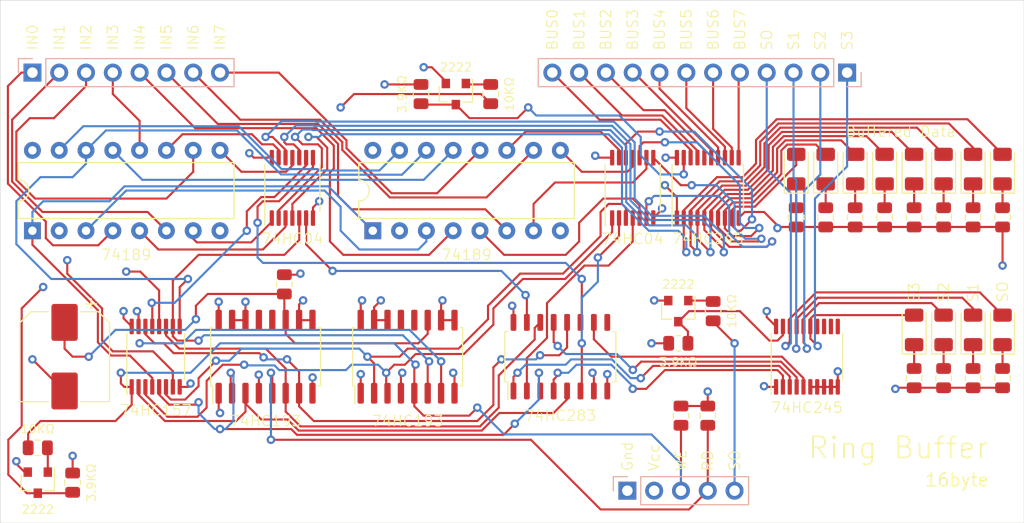
<source format=kicad_pcb>
(kicad_pcb (version 20171130) (host pcbnew "(5.1.10-1-10_14)")
  (layers (0 F.Cu signal) (1 In1.Cu signal) (2 In2.Cu signal) (31 B.Cu signal) (34 B.Paste user) (35 F.Paste user) (36 B.SilkS user) (37 F.SilkS user) (38 B.Mask user) (39 F.Mask user) (44 Edge.Cuts user))
  (net 0 "")
  (net 1 "Net-(U1-Pad13)")
  (net 2 "Net-(U1-Pad11)")
  (net 3 "Net-(U1-Pad8)")
  (net 4 "Net-(U1-Pad6)")
  (net 5 "Net-(U2-Pad13)")
  (net 6 "Net-(U2-Pad11)")
  (net 7 "Net-(U2-Pad9)")
  (net 8 "Net-(U2-Pad5)")
  (net 9 VCC)
  (net 10 "Net-(U3-Pad12)")
  (net 11 GND)
  (net 12 "Net-(U4-Pad13)")
  (net 13 "Net-(U4-Pad12)")
  (net 14 "Net-(U6-Pad12)")
  (net 15 "Net-(C1-Pad1)")
  (net 16 OUTPUT_STATUS)
  (net 17 READ)
  (net 18 WRITE)
  (net 19 INPUT7)
  (net 20 INPUT6)
  (net 21 INPUT5)
  (net 22 INPUT4)
  (net 23 INPUT3)
  (net 24 INPUT2)
  (net 25 INPUT1)
  (net 26 INPUT0)
  (net 27 BUS0)
  (net 28 BUS1)
  (net 29 BUS2)
  (net 30 BUS3)
  (net 31 BUS4)
  (net 32 BUS5)
  (net 33 BUS6)
  (net 34 BUS7)
  (net 35 STATUS0)
  (net 36 STATUS1)
  (net 37 STATUS2)
  (net 38 STATUS3)
  (net 39 "Net-(Q2-Pad3)")
  (net 40 ~WE)
  (net 41 RAM1)
  (net 42 RAM0)
  (net 43 W3)
  (net 44 W2)
  (net 45 W1)
  (net 46 W0)
  (net 47 RAM7)
  (net 48 RAM6)
  (net 49 RAM5)
  (net 50 RAM4)
  (net 51 RAM3)
  (net 52 RAM2)
  (net 53 R3)
  (net 54 R2)
  (net 55 R0)
  (net 56 R1)
  (net 57 DATACOUNT2)
  (net 58 DATACOUNT3)
  (net 59 DATACOUNT0)
  (net 60 DATACOUNT1)
  (net 61 "Net-(U9-Pad14)")
  (net 62 "Net-(U9-Pad13)")
  (net 63 "Net-(U9-Pad12)")
  (net 64 "Net-(U9-Pad11)")
  (net 65 "Net-(D1-Pad1)")
  (net 66 "Net-(D2-Pad1)")
  (net 67 "Net-(D3-Pad1)")
  (net 68 "Net-(D4-Pad1)")
  (net 69 "Net-(D5-Pad1)")
  (net 70 "Net-(D6-Pad1)")
  (net 71 "Net-(D7-Pad1)")
  (net 72 "Net-(D8-Pad1)")
  (net 73 "Net-(D9-Pad1)")
  (net 74 "Net-(D10-Pad1)")
  (net 75 "Net-(D11-Pad1)")
  (net 76 "Net-(D12-Pad1)")
  (net 77 "Net-(Q1-Pad1)")
  (net 78 "Net-(Q2-Pad1)")
  (net 79 "Net-(Q3-Pad3)")
  (net 80 "Net-(Q3-Pad1)")
  (net 81 "Net-(U1-Pad3)")
  (net 82 "Net-(U1-Pad1)")
  (net 83 "Net-(U2-Pad4)")
  (net 84 "Net-(U2-Pad2)")
  (net 85 "Net-(U3-Pad9)")
  (net 86 "Net-(U3-Pad7)")
  (net 87 "Net-(U3-Pad4)")
  (net 88 "Net-(U6-Pad13)")
  (net 89 "Net-(U8-Pad9)")
  (module Connector_PinHeader_2.54mm:PinHeader_1x12_P2.54mm_Vertical (layer B.Cu) (at 145.796 107.188 90)
    (fp_text reference J3 hide)
    (fp_text value Conn_01x12)
    (pad 12 thru_hole oval (at 0 -27.94 90) (size 1.7 1.7) (drill 1) (layers *.Cu *.Mask) (net 27 BUS0))
    (pad 11 thru_hole oval (at 0 -25.4 90) (size 1.7 1.7) (drill 1) (layers *.Cu *.Mask) (net 28 BUS1))
    (pad 10 thru_hole oval (at 0 -22.86 90) (size 1.7 1.7) (drill 1) (layers *.Cu *.Mask) (net 29 BUS2))
    (pad 9 thru_hole oval (at 0 -20.32 90) (size 1.7 1.7) (drill 1) (layers *.Cu *.Mask) (net 30 BUS3))
    (pad 8 thru_hole oval (at 0 -17.78 90) (size 1.7 1.7) (drill 1) (layers *.Cu *.Mask) (net 31 BUS4))
    (pad 7 thru_hole oval (at 0 -15.24 90) (size 1.7 1.7) (drill 1) (layers *.Cu *.Mask) (net 32 BUS5))
    (pad 6 thru_hole oval (at 0 -12.7 90) (size 1.7 1.7) (drill 1) (layers *.Cu *.Mask) (net 33 BUS6))
    (pad 5 thru_hole oval (at 0 -10.16 90) (size 1.7 1.7) (drill 1) (layers *.Cu *.Mask) (net 34 BUS7))
    (pad 4 thru_hole oval (at 0 -7.62 90) (size 1.7 1.7) (drill 1) (layers *.Cu *.Mask) (net 35 STATUS0))
    (pad 3 thru_hole oval (at 0 -5.08 90) (size 1.7 1.7) (drill 1) (layers *.Cu *.Mask) (net 36 STATUS1))
    (pad 2 thru_hole oval (at 0 -2.54 90) (size 1.7 1.7) (drill 1) (layers *.Cu *.Mask) (net 37 STATUS2))
    (pad 1 thru_hole rect (at 0 0 90) (size 1.7 1.7) (drill 1) (layers *.Cu *.Mask) (net 38 STATUS3))
  )
  (module Package_SO:SOIC-16_4.55x10.3mm_P1.27mm (layer F.Cu) (at 118.618 134.112 90)
    (fp_text reference U8 hide)
    (fp_text value 74LS283 hide)
    (fp_text user 74HC283 (at -5.588 0 180) (layer F.SilkS) (effects (font (thickness 0.1))))
    (pad 16 smd roundrect (at 3.25 -4.445 90) (size 1.6 0.55) (layers F.Cu F.Paste F.Mask) (net 9 VCC))
    (pad 15 smd roundrect (at 3.25 -3.175 90) (size 1.6 0.55) (layers F.Cu F.Paste F.Mask) (net 4 "Net-(U1-Pad6)"))
    (pad 14 smd roundrect (at 3.25 -1.905 90) (size 1.6 0.55) (layers F.Cu F.Paste F.Mask) (net 54 R2))
    (pad 13 smd roundrect (at 3.25 -0.635 90) (size 1.6 0.55) (layers F.Cu F.Paste F.Mask) (net 57 DATACOUNT2))
    (pad 12 smd roundrect (at 3.25 0.635 90) (size 1.6 0.55) (layers F.Cu F.Paste F.Mask) (net 53 R3))
    (pad 11 smd roundrect (at 3.25 1.905 90) (size 1.6 0.55) (layers F.Cu F.Paste F.Mask) (net 3 "Net-(U1-Pad8)"))
    (pad 10 smd roundrect (at 3.25 3.175 90) (size 1.6 0.55) (layers F.Cu F.Paste F.Mask) (net 58 DATACOUNT3))
    (pad 9 smd roundrect (at 3.25 4.445 90) (size 1.6 0.55) (layers F.Cu F.Paste F.Mask) (net 89 "Net-(U8-Pad9)"))
    (pad 8 smd roundrect (at -3.25 4.445 90) (size 1.6 0.55) (layers F.Cu F.Paste F.Mask) (net 11 GND))
    (pad 7 smd roundrect (at -3.25 3.175 90) (size 1.6 0.55) (layers F.Cu F.Paste F.Mask) (net 9 VCC))
    (pad 6 smd roundrect (at -3.25 1.905 90) (size 1.6 0.55) (layers F.Cu F.Paste F.Mask) (net 84 "Net-(U2-Pad2)"))
    (pad 5 smd roundrect (at -3.25 0.635 90) (size 1.6 0.55) (layers F.Cu F.Paste F.Mask) (net 55 R0))
    (pad 4 smd roundrect (at -3.25 -0.635 90) (size 1.6 0.55) (layers F.Cu F.Paste F.Mask) (net 59 DATACOUNT0))
    (pad 3 smd roundrect (at -3.25 -1.905 90) (size 1.6 0.55) (layers F.Cu F.Paste F.Mask) (net 56 R1))
    (pad 2 smd roundrect (at -3.25 -3.175 90) (size 1.6 0.55) (layers F.Cu F.Paste F.Mask) (net 83 "Net-(U2-Pad4)"))
    (pad 1 smd roundrect (at -3.25 -4.445 90) (size 1.6 0.55) (layers F.Cu F.Paste F.Mask) (net 60 DATACOUNT1))
  )
  (module Package_SO:SO-16_5.3x10.2mm_P1.27mm (layer F.Cu) (at 104.14 134.112 90)
    (fp_text reference U6 hide)
    (fp_text value 74LS193)
    (fp_text user 74HC193 (at -6.096 0 180) (layer F.SilkS) (effects (font (thickness 0.1))))
    (pad 16 smd roundrect (at 3.4625 -4.445 90) (size 1.975 0.6) (layers F.Cu F.Paste F.Mask) (net 9 VCC))
    (pad 15 smd roundrect (at 3.4625 -3.175 90) (size 1.975 0.6) (layers F.Cu F.Paste F.Mask) (net 11 GND))
    (pad 14 smd roundrect (at 3.4625 -1.905 90) (size 1.975 0.6) (layers F.Cu F.Paste F.Mask) (net 11 GND))
    (pad 13 smd roundrect (at 3.4625 -0.635 90) (size 1.975 0.6) (layers F.Cu F.Paste F.Mask) (net 88 "Net-(U6-Pad13)"))
    (pad 12 smd roundrect (at 3.4625 0.635 90) (size 1.975 0.6) (layers F.Cu F.Paste F.Mask) (net 14 "Net-(U6-Pad12)"))
    (pad 11 smd roundrect (at 3.4625 1.905 90) (size 1.975 0.6) (layers F.Cu F.Paste F.Mask) (net 15 "Net-(C1-Pad1)"))
    (pad 10 smd roundrect (at 3.4625 3.175 90) (size 1.975 0.6) (layers F.Cu F.Paste F.Mask) (net 11 GND))
    (pad 9 smd roundrect (at 3.4625 4.445 90) (size 1.975 0.6) (layers F.Cu F.Paste F.Mask) (net 11 GND))
    (pad 8 smd roundrect (at -3.4625 4.445 90) (size 1.975 0.6) (layers F.Cu F.Paste F.Mask) (net 11 GND))
    (pad 7 smd roundrect (at -3.4625 3.175 90) (size 1.975 0.6) (layers F.Cu F.Paste F.Mask) (net 43 W3))
    (pad 6 smd roundrect (at -3.4625 1.905 90) (size 1.975 0.6) (layers F.Cu F.Paste F.Mask) (net 44 W2))
    (pad 5 smd roundrect (at -3.4625 0.635 90) (size 1.975 0.6) (layers F.Cu F.Paste F.Mask) (net 18 WRITE))
    (pad 4 smd roundrect (at -3.4625 -0.635 90) (size 1.975 0.6) (layers F.Cu F.Paste F.Mask) (net 9 VCC))
    (pad 3 smd roundrect (at -3.4625 -1.905 90) (size 1.975 0.6) (layers F.Cu F.Paste F.Mask) (net 46 W0))
    (pad 2 smd roundrect (at -3.4625 -3.175 90) (size 1.975 0.6) (layers F.Cu F.Paste F.Mask) (net 45 W1))
    (pad 1 smd roundrect (at -3.4625 -4.445 90) (size 1.975 0.6) (layers F.Cu F.Paste F.Mask) (net 11 GND))
  )
  (module Package_SO:SO-16_5.3x10.2mm_P1.27mm (layer F.Cu) (at 90.678 134.112 90)
    (fp_text reference U4 hide)
    (fp_text value 74LS193)
    (fp_text user 74HC193 (at -6.096 0 180) (layer F.SilkS) (effects (font (thickness 0.1))))
    (pad 16 smd roundrect (at 3.4625 -4.445 90) (size 1.975 0.6) (layers F.Cu F.Paste F.Mask) (net 9 VCC))
    (pad 15 smd roundrect (at 3.4625 -3.175 90) (size 1.975 0.6) (layers F.Cu F.Paste F.Mask) (net 11 GND))
    (pad 14 smd roundrect (at 3.4625 -1.905 90) (size 1.975 0.6) (layers F.Cu F.Paste F.Mask) (net 11 GND))
    (pad 13 smd roundrect (at 3.4625 -0.635 90) (size 1.975 0.6) (layers F.Cu F.Paste F.Mask) (net 12 "Net-(U4-Pad13)"))
    (pad 12 smd roundrect (at 3.4625 0.635 90) (size 1.975 0.6) (layers F.Cu F.Paste F.Mask) (net 13 "Net-(U4-Pad12)"))
    (pad 11 smd roundrect (at 3.4625 1.905 90) (size 1.975 0.6) (layers F.Cu F.Paste F.Mask) (net 15 "Net-(C1-Pad1)"))
    (pad 10 smd roundrect (at 3.4625 3.175 90) (size 1.975 0.6) (layers F.Cu F.Paste F.Mask) (net 11 GND))
    (pad 9 smd roundrect (at 3.4625 4.445 90) (size 1.975 0.6) (layers F.Cu F.Paste F.Mask) (net 11 GND))
    (pad 8 smd roundrect (at -3.4625 4.445 90) (size 1.975 0.6) (layers F.Cu F.Paste F.Mask) (net 11 GND))
    (pad 7 smd roundrect (at -3.4625 3.175 90) (size 1.975 0.6) (layers F.Cu F.Paste F.Mask) (net 53 R3))
    (pad 6 smd roundrect (at -3.4625 1.905 90) (size 1.975 0.6) (layers F.Cu F.Paste F.Mask) (net 54 R2))
    (pad 5 smd roundrect (at -3.4625 0.635 90) (size 1.975 0.6) (layers F.Cu F.Paste F.Mask) (net 17 READ))
    (pad 4 smd roundrect (at -3.4625 -0.635 90) (size 1.975 0.6) (layers F.Cu F.Paste F.Mask) (net 9 VCC))
    (pad 3 smd roundrect (at -3.4625 -1.905 90) (size 1.975 0.6) (layers F.Cu F.Paste F.Mask) (net 55 R0))
    (pad 2 smd roundrect (at -3.4625 -3.175 90) (size 1.975 0.6) (layers F.Cu F.Paste F.Mask) (net 56 R1))
    (pad 1 smd roundrect (at -3.4625 -4.445 90) (size 1.975 0.6) (layers F.Cu F.Paste F.Mask) (net 11 GND))
  )
  (module Package_SO:TSSOP-14_4.4x5mm_P0.65mm (layer F.Cu) (at 93.218 118.11 90)
    (fp_text reference U1 hide)
    (fp_text value 74LS04)
    (fp_text user 74HC04 (at -4.826 0 180) (layer F.SilkS) (effects (font (thickness 0.1))))
    (pad 14 smd roundrect (at 2.8625 -1.95 90) (size 1.475 0.4) (layers F.Cu F.Paste F.Mask) (net 9 VCC))
    (pad 13 smd roundrect (at 2.8625 -1.3 90) (size 1.475 0.4) (layers F.Cu F.Paste F.Mask) (net 1 "Net-(U1-Pad13)"))
    (pad 12 smd roundrect (at 2.8625 -0.65 90) (size 1.475 0.4) (layers F.Cu F.Paste F.Mask) (net 51 RAM3))
    (pad 11 smd roundrect (at 2.8625 0 90) (size 1.475 0.4) (layers F.Cu F.Paste F.Mask) (net 2 "Net-(U1-Pad11)"))
    (pad 10 smd roundrect (at 2.8625 0.65 90) (size 1.475 0.4) (layers F.Cu F.Paste F.Mask) (net 52 RAM2))
    (pad 9 smd roundrect (at 2.8625 1.3 90) (size 1.475 0.4) (layers F.Cu F.Paste F.Mask) (net 43 W3))
    (pad 8 smd roundrect (at 2.8625 1.95 90) (size 1.475 0.4) (layers F.Cu F.Paste F.Mask) (net 3 "Net-(U1-Pad8)"))
    (pad 7 smd roundrect (at -2.8625 1.95 90) (size 1.475 0.4) (layers F.Cu F.Paste F.Mask) (net 11 GND))
    (pad 6 smd roundrect (at -2.8625 1.3 90) (size 1.475 0.4) (layers F.Cu F.Paste F.Mask) (net 4 "Net-(U1-Pad6)"))
    (pad 5 smd roundrect (at -2.8625 0.65 90) (size 1.475 0.4) (layers F.Cu F.Paste F.Mask) (net 44 W2))
    (pad 4 smd roundrect (at -2.8625 0 90) (size 1.475 0.4) (layers F.Cu F.Paste F.Mask) (net 42 RAM0))
    (pad 3 smd roundrect (at -2.8625 -0.65 90) (size 1.475 0.4) (layers F.Cu F.Paste F.Mask) (net 81 "Net-(U1-Pad3)"))
    (pad 2 smd roundrect (at -2.8625 -1.3 90) (size 1.475 0.4) (layers F.Cu F.Paste F.Mask) (net 41 RAM1))
    (pad 1 smd roundrect (at -2.8625 -1.95 90) (size 1.475 0.4) (layers F.Cu F.Paste F.Mask) (net 82 "Net-(U1-Pad1)"))
  )
  (module Package_SO:TSSOP-20_4.4x6.5mm_P0.65mm (layer F.Cu) (at 132.588 118.11 90)
    (fp_text reference U10 hide)
    (fp_text value 74HC245 (at -4.826 0 180) (layer F.SilkS) (effects (font (thickness 0.1))))
    (pad 20 smd roundrect (at 2.8625 -2.925 90) (size 1.475 0.4) (layers F.Cu F.Paste F.Mask) (net 9 VCC))
    (pad 19 smd roundrect (at 2.8625 -2.275 90) (size 1.475 0.4) (layers F.Cu F.Paste F.Mask) (net 79 "Net-(Q3-Pad3)"))
    (pad 18 smd roundrect (at 2.8625 -1.625 90) (size 1.475 0.4) (layers F.Cu F.Paste F.Mask) (net 27 BUS0))
    (pad 17 smd roundrect (at 2.8625 -0.975 90) (size 1.475 0.4) (layers F.Cu F.Paste F.Mask) (net 28 BUS1))
    (pad 16 smd roundrect (at 2.8625 -0.325 90) (size 1.475 0.4) (layers F.Cu F.Paste F.Mask) (net 29 BUS2))
    (pad 15 smd roundrect (at 2.8625 0.325 90) (size 1.475 0.4) (layers F.Cu F.Paste F.Mask) (net 30 BUS3))
    (pad 14 smd roundrect (at 2.8625 0.975 90) (size 1.475 0.4) (layers F.Cu F.Paste F.Mask) (net 31 BUS4))
    (pad 13 smd roundrect (at 2.8625 1.625 90) (size 1.475 0.4) (layers F.Cu F.Paste F.Mask) (net 32 BUS5))
    (pad 12 smd roundrect (at 2.8625 2.275 90) (size 1.475 0.4) (layers F.Cu F.Paste F.Mask) (net 33 BUS6))
    (pad 11 smd roundrect (at 2.8625 2.925 90) (size 1.475 0.4) (layers F.Cu F.Paste F.Mask) (net 34 BUS7))
    (pad 10 smd roundrect (at -2.8625 2.925 90) (size 1.475 0.4) (layers F.Cu F.Paste F.Mask) (net 11 GND))
    (pad 9 smd roundrect (at -2.8625 2.275 90) (size 1.475 0.4) (layers F.Cu F.Paste F.Mask) (net 47 RAM7))
    (pad 8 smd roundrect (at -2.8625 1.625 90) (size 1.475 0.4) (layers F.Cu F.Paste F.Mask) (net 48 RAM6))
    (pad 7 smd roundrect (at -2.8625 0.975 90) (size 1.475 0.4) (layers F.Cu F.Paste F.Mask) (net 49 RAM5))
    (pad 6 smd roundrect (at -2.8625 0.325 90) (size 1.475 0.4) (layers F.Cu F.Paste F.Mask) (net 50 RAM4))
    (pad 5 smd roundrect (at -2.8625 -0.325 90) (size 1.475 0.4) (layers F.Cu F.Paste F.Mask) (net 51 RAM3))
    (pad 4 smd roundrect (at -2.8625 -0.975 90) (size 1.475 0.4) (layers F.Cu F.Paste F.Mask) (net 52 RAM2))
    (pad 3 smd roundrect (at -2.8625 -1.625 90) (size 1.475 0.4) (layers F.Cu F.Paste F.Mask) (net 41 RAM1))
    (pad 2 smd roundrect (at -2.8625 -2.275 90) (size 1.475 0.4) (layers F.Cu F.Paste F.Mask) (net 42 RAM0))
    (pad 1 smd roundrect (at -2.8625 -2.925 90) (size 1.475 0.4) (layers F.Cu F.Paste F.Mask) (net 9 VCC))
  )
  (module Package_SO:TSSOP-20_4.4x6.5mm_P0.65mm (layer F.Cu) (at 141.986 134.112 90)
    (fp_text reference U9 hide)
    (fp_text value 74HC245 (at -4.826 0 180) (layer F.SilkS) (effects (font (thickness 0.1))))
    (pad 20 smd roundrect (at 2.8625 -2.925 90) (size 1.475 0.4) (layers F.Cu F.Paste F.Mask) (net 9 VCC))
    (pad 19 smd roundrect (at 2.8625 -2.275 90) (size 1.475 0.4) (layers F.Cu F.Paste F.Mask) (net 39 "Net-(Q2-Pad3)"))
    (pad 18 smd roundrect (at 2.8625 -1.625 90) (size 1.475 0.4) (layers F.Cu F.Paste F.Mask) (net 35 STATUS0))
    (pad 17 smd roundrect (at 2.8625 -0.975 90) (size 1.475 0.4) (layers F.Cu F.Paste F.Mask) (net 36 STATUS1))
    (pad 16 smd roundrect (at 2.8625 -0.325 90) (size 1.475 0.4) (layers F.Cu F.Paste F.Mask) (net 37 STATUS2))
    (pad 15 smd roundrect (at 2.8625 0.325 90) (size 1.475 0.4) (layers F.Cu F.Paste F.Mask) (net 38 STATUS3))
    (pad 14 smd roundrect (at 2.8625 0.975 90) (size 1.475 0.4) (layers F.Cu F.Paste F.Mask) (net 61 "Net-(U9-Pad14)"))
    (pad 13 smd roundrect (at 2.8625 1.625 90) (size 1.475 0.4) (layers F.Cu F.Paste F.Mask) (net 62 "Net-(U9-Pad13)"))
    (pad 12 smd roundrect (at 2.8625 2.275 90) (size 1.475 0.4) (layers F.Cu F.Paste F.Mask) (net 63 "Net-(U9-Pad12)"))
    (pad 11 smd roundrect (at 2.8625 2.925 90) (size 1.475 0.4) (layers F.Cu F.Paste F.Mask) (net 64 "Net-(U9-Pad11)"))
    (pad 10 smd roundrect (at -2.8625 2.925 90) (size 1.475 0.4) (layers F.Cu F.Paste F.Mask) (net 11 GND))
    (pad 9 smd roundrect (at -2.8625 2.275 90) (size 1.475 0.4) (layers F.Cu F.Paste F.Mask) (net 11 GND))
    (pad 8 smd roundrect (at -2.8625 1.625 90) (size 1.475 0.4) (layers F.Cu F.Paste F.Mask) (net 11 GND))
    (pad 7 smd roundrect (at -2.8625 0.975 90) (size 1.475 0.4) (layers F.Cu F.Paste F.Mask) (net 11 GND))
    (pad 6 smd roundrect (at -2.8625 0.325 90) (size 1.475 0.4) (layers F.Cu F.Paste F.Mask) (net 11 GND))
    (pad 5 smd roundrect (at -2.8625 -0.325 90) (size 1.475 0.4) (layers F.Cu F.Paste F.Mask) (net 58 DATACOUNT3))
    (pad 4 smd roundrect (at -2.8625 -0.975 90) (size 1.475 0.4) (layers F.Cu F.Paste F.Mask) (net 57 DATACOUNT2))
    (pad 3 smd roundrect (at -2.8625 -1.625 90) (size 1.475 0.4) (layers F.Cu F.Paste F.Mask) (net 60 DATACOUNT1))
    (pad 2 smd roundrect (at -2.8625 -2.275 90) (size 1.475 0.4) (layers F.Cu F.Paste F.Mask) (net 59 DATACOUNT0))
    (pad 1 smd roundrect (at -2.8625 -2.925 90) (size 1.475 0.4) (layers F.Cu F.Paste F.Mask) (net 9 VCC))
  )
  (module Package_DIP:DIP-16_W7.62mm (layer F.Cu) (at 100.838 122.174 90)
    (fp_text reference U7 hide)
    (fp_text value 74189 (at -2.286 8.89 180) (layer F.SilkS) (effects (font (thickness 0.1))))
    (pad 16 thru_hole oval (at 7.62 0 90) (size 1.6 1.6) (drill 0.8) (layers *.Cu *.Mask) (net 9 VCC))
    (pad 8 thru_hole oval (at 0 17.78 90) (size 1.6 1.6) (drill 0.8) (layers *.Cu *.Mask) (net 11 GND))
    (pad 15 thru_hole oval (at 7.62 2.54 90) (size 1.6 1.6) (drill 0.8) (layers *.Cu *.Mask) (net 86 "Net-(U3-Pad7)"))
    (pad 7 thru_hole oval (at 0 15.24 90) (size 1.6 1.6) (drill 0.8) (layers *.Cu *.Mask) (net 7 "Net-(U2-Pad9)"))
    (pad 14 thru_hole oval (at 7.62 5.08 90) (size 1.6 1.6) (drill 0.8) (layers *.Cu *.Mask) (net 85 "Net-(U3-Pad9)"))
    (pad 6 thru_hole oval (at 0 12.7 90) (size 1.6 1.6) (drill 0.8) (layers *.Cu *.Mask) (net 21 INPUT5))
    (pad 13 thru_hole oval (at 7.62 7.62 90) (size 1.6 1.6) (drill 0.8) (layers *.Cu *.Mask) (net 10 "Net-(U3-Pad12)"))
    (pad 5 thru_hole oval (at 0 10.16 90) (size 1.6 1.6) (drill 0.8) (layers *.Cu *.Mask) (net 8 "Net-(U2-Pad5)"))
    (pad 12 thru_hole oval (at 7.62 10.16 90) (size 1.6 1.6) (drill 0.8) (layers *.Cu *.Mask) (net 19 INPUT7))
    (pad 4 thru_hole oval (at 0 7.62 90) (size 1.6 1.6) (drill 0.8) (layers *.Cu *.Mask) (net 22 INPUT4))
    (pad 11 thru_hole oval (at 7.62 12.7 90) (size 1.6 1.6) (drill 0.8) (layers *.Cu *.Mask) (net 5 "Net-(U2-Pad13)"))
    (pad 3 thru_hole oval (at 0 5.08 90) (size 1.6 1.6) (drill 0.8) (layers *.Cu *.Mask) (net 40 ~WE))
    (pad 10 thru_hole oval (at 7.62 15.24 90) (size 1.6 1.6) (drill 0.8) (layers *.Cu *.Mask) (net 20 INPUT6))
    (pad 2 thru_hole oval (at 0 2.54 90) (size 1.6 1.6) (drill 0.8) (layers *.Cu *.Mask) (net 11 GND))
    (pad 9 thru_hole oval (at 7.62 17.78 90) (size 1.6 1.6) (drill 0.8) (layers *.Cu *.Mask) (net 6 "Net-(U2-Pad11)"))
    (pad 1 thru_hole rect (at 0 0 90) (size 1.6 1.6) (drill 0.8) (layers *.Cu *.Mask) (net 87 "Net-(U3-Pad4)"))
  )
  (module Package_DIP:DIP-16_W7.62mm (layer F.Cu) (at 68.58 122.174 90)
    (fp_text reference U5 hide)
    (fp_text value 74189)
    (fp_text user 74189 (at -2.286 8.89 180) (layer F.SilkS) (effects (font (thickness 0.1))))
    (pad 16 thru_hole oval (at 7.62 0 90) (size 1.6 1.6) (drill 0.8) (layers *.Cu *.Mask) (net 9 VCC))
    (pad 8 thru_hole oval (at 0 17.78 90) (size 1.6 1.6) (drill 0.8) (layers *.Cu *.Mask) (net 11 GND))
    (pad 15 thru_hole oval (at 7.62 2.54 90) (size 1.6 1.6) (drill 0.8) (layers *.Cu *.Mask) (net 86 "Net-(U3-Pad7)"))
    (pad 7 thru_hole oval (at 0 15.24 90) (size 1.6 1.6) (drill 0.8) (layers *.Cu *.Mask) (net 82 "Net-(U1-Pad1)"))
    (pad 14 thru_hole oval (at 7.62 5.08 90) (size 1.6 1.6) (drill 0.8) (layers *.Cu *.Mask) (net 85 "Net-(U3-Pad9)"))
    (pad 6 thru_hole oval (at 0 12.7 90) (size 1.6 1.6) (drill 0.8) (layers *.Cu *.Mask) (net 25 INPUT1))
    (pad 13 thru_hole oval (at 7.62 7.62 90) (size 1.6 1.6) (drill 0.8) (layers *.Cu *.Mask) (net 10 "Net-(U3-Pad12)"))
    (pad 5 thru_hole oval (at 0 10.16 90) (size 1.6 1.6) (drill 0.8) (layers *.Cu *.Mask) (net 81 "Net-(U1-Pad3)"))
    (pad 12 thru_hole oval (at 7.62 10.16 90) (size 1.6 1.6) (drill 0.8) (layers *.Cu *.Mask) (net 23 INPUT3))
    (pad 4 thru_hole oval (at 0 7.62 90) (size 1.6 1.6) (drill 0.8) (layers *.Cu *.Mask) (net 26 INPUT0))
    (pad 11 thru_hole oval (at 7.62 12.7 90) (size 1.6 1.6) (drill 0.8) (layers *.Cu *.Mask) (net 1 "Net-(U1-Pad13)"))
    (pad 3 thru_hole oval (at 0 5.08 90) (size 1.6 1.6) (drill 0.8) (layers *.Cu *.Mask) (net 40 ~WE))
    (pad 10 thru_hole oval (at 7.62 15.24 90) (size 1.6 1.6) (drill 0.8) (layers *.Cu *.Mask) (net 24 INPUT2))
    (pad 2 thru_hole oval (at 0 2.54 90) (size 1.6 1.6) (drill 0.8) (layers *.Cu *.Mask) (net 11 GND))
    (pad 9 thru_hole oval (at 7.62 17.78 90) (size 1.6 1.6) (drill 0.8) (layers *.Cu *.Mask) (net 2 "Net-(U1-Pad11)"))
    (pad 1 thru_hole rect (at 0 0 90) (size 1.6 1.6) (drill 0.8) (layers *.Cu *.Mask) (net 87 "Net-(U3-Pad4)"))
  )
  (module Package_SO:TSSOP-16_4.4x5mm_P0.65mm (layer F.Cu) (at 80.264 134.112 90)
    (fp_text reference U3 hide)
    (fp_text value 74HC157PW,118)
    (fp_text user 74HC157 (at -5.08 0 180) (layer F.SilkS) (effects (font (thickness 0.1))))
    (pad 16 smd roundrect (at 2.8625 -2.275 90) (size 1.475 0.4) (layers F.Cu F.Paste F.Mask) (net 9 VCC))
    (pad 15 smd roundrect (at 2.8625 -1.625 90) (size 1.475 0.4) (layers F.Cu F.Paste F.Mask) (net 11 GND))
    (pad 14 smd roundrect (at 2.8625 -0.975 90) (size 1.475 0.4) (layers F.Cu F.Paste F.Mask) (net 53 R3))
    (pad 13 smd roundrect (at 2.8625 -0.325 90) (size 1.475 0.4) (layers F.Cu F.Paste F.Mask) (net 43 W3))
    (pad 12 smd roundrect (at 2.8625 0.325 90) (size 1.475 0.4) (layers F.Cu F.Paste F.Mask) (net 10 "Net-(U3-Pad12)"))
    (pad 11 smd roundrect (at 2.8625 0.975 90) (size 1.475 0.4) (layers F.Cu F.Paste F.Mask) (net 54 R2))
    (pad 10 smd roundrect (at 2.8625 1.625 90) (size 1.475 0.4) (layers F.Cu F.Paste F.Mask) (net 44 W2))
    (pad 9 smd roundrect (at 2.8625 2.275 90) (size 1.475 0.4) (layers F.Cu F.Paste F.Mask) (net 85 "Net-(U3-Pad9)"))
    (pad 8 smd roundrect (at -2.8625 2.275 90) (size 1.475 0.4) (layers F.Cu F.Paste F.Mask) (net 11 GND))
    (pad 7 smd roundrect (at -2.8625 1.625 90) (size 1.475 0.4) (layers F.Cu F.Paste F.Mask) (net 86 "Net-(U3-Pad7)"))
    (pad 6 smd roundrect (at -2.8625 0.975 90) (size 1.475 0.4) (layers F.Cu F.Paste F.Mask) (net 45 W1))
    (pad 5 smd roundrect (at -2.8625 0.325 90) (size 1.475 0.4) (layers F.Cu F.Paste F.Mask) (net 56 R1))
    (pad 4 smd roundrect (at -2.8625 -0.325 90) (size 1.475 0.4) (layers F.Cu F.Paste F.Mask) (net 87 "Net-(U3-Pad4)"))
    (pad 3 smd roundrect (at -2.8625 -0.975 90) (size 1.475 0.4) (layers F.Cu F.Paste F.Mask) (net 46 W0))
    (pad 2 smd roundrect (at -2.8625 -1.625 90) (size 1.475 0.4) (layers F.Cu F.Paste F.Mask) (net 55 R0))
    (pad 1 smd roundrect (at -2.8625 -2.275 90) (size 1.475 0.4) (layers F.Cu F.Paste F.Mask) (net 18 WRITE))
  )
  (module Package_SO:TSSOP-14_4.4x5mm_P0.65mm (layer F.Cu) (at 125.476 118.11 90)
    (fp_text reference U2 hide)
    (fp_text value 74LS04)
    (fp_text user 74HC04 (at -4.826 0 180) (layer F.SilkS) (effects (font (thickness 0.1))))
    (pad 14 smd roundrect (at 2.8625 -1.95 90) (size 1.475 0.4) (layers F.Cu F.Paste F.Mask) (net 9 VCC))
    (pad 13 smd roundrect (at 2.8625 -1.3 90) (size 1.475 0.4) (layers F.Cu F.Paste F.Mask) (net 5 "Net-(U2-Pad13)"))
    (pad 12 smd roundrect (at 2.8625 -0.65 90) (size 1.475 0.4) (layers F.Cu F.Paste F.Mask) (net 47 RAM7))
    (pad 11 smd roundrect (at 2.8625 0 90) (size 1.475 0.4) (layers F.Cu F.Paste F.Mask) (net 6 "Net-(U2-Pad11)"))
    (pad 10 smd roundrect (at 2.8625 0.65 90) (size 1.475 0.4) (layers F.Cu F.Paste F.Mask) (net 48 RAM6))
    (pad 9 smd roundrect (at 2.8625 1.3 90) (size 1.475 0.4) (layers F.Cu F.Paste F.Mask) (net 7 "Net-(U2-Pad9)"))
    (pad 8 smd roundrect (at 2.8625 1.95 90) (size 1.475 0.4) (layers F.Cu F.Paste F.Mask) (net 49 RAM5))
    (pad 7 smd roundrect (at -2.8625 1.95 90) (size 1.475 0.4) (layers F.Cu F.Paste F.Mask) (net 11 GND))
    (pad 6 smd roundrect (at -2.8625 1.3 90) (size 1.475 0.4) (layers F.Cu F.Paste F.Mask) (net 50 RAM4))
    (pad 5 smd roundrect (at -2.8625 0.65 90) (size 1.475 0.4) (layers F.Cu F.Paste F.Mask) (net 8 "Net-(U2-Pad5)"))
    (pad 4 smd roundrect (at -2.8625 0 90) (size 1.475 0.4) (layers F.Cu F.Paste F.Mask) (net 83 "Net-(U2-Pad4)"))
    (pad 3 smd roundrect (at -2.8625 -0.65 90) (size 1.475 0.4) (layers F.Cu F.Paste F.Mask) (net 45 W1))
    (pad 2 smd roundrect (at -2.8625 -1.3 90) (size 1.475 0.4) (layers F.Cu F.Paste F.Mask) (net 84 "Net-(U2-Pad2)"))
    (pad 1 smd roundrect (at -2.8625 -1.95 90) (size 1.475 0.4) (layers F.Cu F.Paste F.Mask) (net 46 W0))
  )
  (module Resistor_SMD:R_0805_2012Metric (layer F.Cu) (at 152.146 136.144 270)
    (fp_text reference R15 hide)
    (fp_text value 1kohm)
    (pad 2 smd roundrect (at 0.9125 0 270) (size 1.025 1.4) (layers F.Cu F.Paste F.Mask) (roundrect_rratio 0.2439014634146341) (net 11 GND))
    (pad 1 smd roundrect (at -0.9125 0 270) (size 1.025 1.4) (layers F.Cu F.Paste F.Mask) (roundrect_rratio 0.2439014634146341) (net 70 "Net-(D6-Pad1)"))
  )
  (module Resistor_SMD:R_0805_2012Metric (layer F.Cu) (at 154.94 136.144 270)
    (fp_text reference R13 hide)
    (fp_text value 1kohm)
    (pad 2 smd roundrect (at 0.9125 0 270) (size 1.025 1.4) (layers F.Cu F.Paste F.Mask) (roundrect_rratio 0.2439014634146341) (net 11 GND))
    (pad 1 smd roundrect (at -0.9125 0 270) (size 1.025 1.4) (layers F.Cu F.Paste F.Mask) (roundrect_rratio 0.2439014634146341) (net 68 "Net-(D4-Pad1)"))
  )
  (module Resistor_SMD:R_0805_2012Metric (layer F.Cu) (at 157.734 136.144 270)
    (fp_text reference R11 hide)
    (fp_text value 1kohm)
    (pad 2 smd roundrect (at 0.9125 0 270) (size 1.025 1.4) (layers F.Cu F.Paste F.Mask) (roundrect_rratio 0.2439014634146341) (net 11 GND))
    (pad 1 smd roundrect (at -0.9125 0 270) (size 1.025 1.4) (layers F.Cu F.Paste F.Mask) (roundrect_rratio 0.2439014634146341) (net 66 "Net-(D2-Pad1)"))
  )
  (module Resistor_SMD:R_0805_2012Metric (layer F.Cu) (at 160.528 136.144 270)
    (fp_text reference R10 hide)
    (fp_text value 1kohm)
    (pad 2 smd roundrect (at 0.9125 0 270) (size 1.025 1.4) (layers F.Cu F.Paste F.Mask) (roundrect_rratio 0.2439014634146341) (net 11 GND))
    (pad 1 smd roundrect (at -0.9125 0 270) (size 1.025 1.4) (layers F.Cu F.Paste F.Mask) (roundrect_rratio 0.2439014634146341) (net 65 "Net-(D1-Pad1)"))
  )
  (module Resistor_SMD:R_0805_2012Metric (layer F.Cu) (at 105.41 109.22 90)
    (fp_text reference R9 hide)
    (fp_text value 3.9kohm)
    (fp_text user 3.9KΩ (at 0 -1.778 270) (layer F.SilkS) (effects (font (size 0.8 0.8) (thickness 0.1))))
    (pad 2 smd roundrect (at 0.9125 0 90) (size 1.025 1.4) (layers F.Cu F.Paste F.Mask) (roundrect_rratio 0.2439014634146341) (net 9 VCC))
    (pad 1 smd roundrect (at -0.9125 0 90) (size 1.025 1.4) (layers F.Cu F.Paste F.Mask) (roundrect_rratio 0.2439014634146341) (net 79 "Net-(Q3-Pad3)"))
  )
  (module Resistor_SMD:R_0805_2012Metric (layer F.Cu) (at 129.794 132.842 180)
    (fp_text reference R8 hide)
    (fp_text value 3.9kohm)
    (fp_text user 3.9KΩ (at 0 -1.778 180) (layer F.SilkS) (effects (font (size 0.8 0.8) (thickness 0.1))))
    (pad 2 smd roundrect (at 0.9125 0 180) (size 1.025 1.4) (layers F.Cu F.Paste F.Mask) (roundrect_rratio 0.2439014634146341) (net 9 VCC))
    (pad 1 smd roundrect (at -0.9125 0 180) (size 1.025 1.4) (layers F.Cu F.Paste F.Mask) (roundrect_rratio 0.2439014634146341) (net 39 "Net-(Q2-Pad3)"))
  )
  (module Resistor_SMD:R_0805_2012Metric (layer F.Cu) (at 112.014 109.22 90)
    (fp_text reference R7 hide)
    (fp_text value 10kohm)
    (fp_text user 10KΩ (at 0 1.778 90) (layer F.SilkS) (effects (font (size 0.8 0.8) (thickness 0.1))))
    (pad 2 smd roundrect (at 0.9125 0 90) (size 1.025 1.4) (layers F.Cu F.Paste F.Mask) (roundrect_rratio 0.2439014634146341) (net 80 "Net-(Q3-Pad1)"))
    (pad 1 smd roundrect (at -0.9125 0 90) (size 1.025 1.4) (layers F.Cu F.Paste F.Mask) (roundrect_rratio 0.2439014634146341) (net 17 READ))
  )
  (module Resistor_SMD:R_0805_2012Metric (layer F.Cu) (at 133.096 129.794 90)
    (fp_text reference R6 hide)
    (fp_text value 10kohm)
    (fp_text user 10KΩ (at 0 1.778 90) (layer F.SilkS) (effects (font (size 0.8 0.8) (thickness 0.1))))
    (pad 2 smd roundrect (at 0.9125 0 90) (size 1.025 1.4) (layers F.Cu F.Paste F.Mask) (roundrect_rratio 0.2439014634146341) (net 78 "Net-(Q2-Pad1)"))
    (pad 1 smd roundrect (at -0.9125 0 90) (size 1.025 1.4) (layers F.Cu F.Paste F.Mask) (roundrect_rratio 0.2439014634146341) (net 16 OUTPUT_STATUS))
  )
  (module Resistor_SMD:R_0805_2012Metric (layer F.Cu) (at 92.456 127.254 270)
    (fp_text reference R5 hide)
    (fp_text value 1kohm)
    (pad 2 smd roundrect (at 0.9125 0 270) (size 1.025 1.4) (layers F.Cu F.Paste F.Mask) (roundrect_rratio 0.2439014634146341) (net 15 "Net-(C1-Pad1)"))
    (pad 1 smd roundrect (at -0.9125 0 270) (size 1.025 1.4) (layers F.Cu F.Paste F.Mask) (roundrect_rratio 0.2439014634146341) (net 9 VCC))
  )
  (module Resistor_SMD:R_0805_2012Metric (layer F.Cu) (at 130.048 139.7 90)
    (fp_text reference R4 hide)
    (fp_text value 1kohm)
    (pad 2 smd roundrect (at 0.9125 0 90) (size 1.025 1.4) (layers F.Cu F.Paste F.Mask) (roundrect_rratio 0.2439014634146341) (net 11 GND))
    (pad 1 smd roundrect (at -0.9125 0 90) (size 1.025 1.4) (layers F.Cu F.Paste F.Mask) (roundrect_rratio 0.2439014634146341) (net 18 WRITE))
  )
  (module Resistor_SMD:R_0805_2012Metric (layer F.Cu) (at 132.588 139.7 90)
    (fp_text reference R3 hide)
    (fp_text value 1kohm)
    (pad 2 smd roundrect (at 0.9125 0 90) (size 1.025 1.4) (layers F.Cu F.Paste F.Mask) (roundrect_rratio 0.2439014634146341) (net 11 GND))
    (pad 1 smd roundrect (at -0.9125 0 90) (size 1.025 1.4) (layers F.Cu F.Paste F.Mask) (roundrect_rratio 0.2439014634146341) (net 17 READ))
  )
  (module Resistor_SMD:R_0805_2012Metric (layer F.Cu) (at 72.39 146.05 90)
    (fp_text reference R2 hide)
    (fp_text value 3.9kohm hide)
    (fp_text user 3.9KΩ (at 0 1.778 90) (layer F.SilkS) (effects (font (size 0.8 0.8) (thickness 0.1))))
    (pad 2 smd roundrect (at 0.9125 0 90) (size 1.025 1.4) (layers F.Cu F.Paste F.Mask) (roundrect_rratio 0.2439014634146341) (net 9 VCC))
    (pad 1 smd roundrect (at -0.9125 0 90) (size 1.025 1.4) (layers F.Cu F.Paste F.Mask) (roundrect_rratio 0.2439014634146341) (net 40 ~WE))
  )
  (module Resistor_SMD:R_0805_2012Metric (layer F.Cu) (at 69.088 142.748)
    (fp_text reference R1 hide)
    (fp_text value 10kohm)
    (fp_text user 10KΩ (at 0 -1.778) (layer F.SilkS) (effects (font (size 0.8 0.8) (thickness 0.1))))
    (pad 2 smd roundrect (at 0.9125 0) (size 1.025 1.4) (layers F.Cu F.Paste F.Mask) (roundrect_rratio 0.2439014634146341) (net 77 "Net-(Q1-Pad1)"))
    (pad 1 smd roundrect (at -0.9125 0) (size 1.025 1.4) (layers F.Cu F.Paste F.Mask) (roundrect_rratio 0.2439014634146341) (net 18 WRITE))
  )
  (module Package_TO_SOT_SMD:SOT-23 (layer F.Cu) (at 108.712 109.22 270)
    (fp_text reference Q3 hide)
    (fp_text value PMBT2222)
    (fp_text user 2222 (at -2.54 0) (layer F.SilkS) (effects (font (size 0.8 0.8) (thickness 0.1))))
    (pad 3 smd rect (at 1 0 270) (size 0.9 0.8) (layers F.Cu F.Paste F.Mask) (net 79 "Net-(Q3-Pad3)"))
    (pad 2 smd rect (at -1 0.95 270) (size 0.9 0.8) (layers F.Cu F.Paste F.Mask) (net 11 GND))
    (pad 1 smd rect (at -1 -0.95 270) (size 0.9 0.8) (layers F.Cu F.Paste F.Mask) (net 80 "Net-(Q3-Pad1)"))
  )
  (module Package_TO_SOT_SMD:SOT-23 (layer F.Cu) (at 129.794 129.794 270)
    (fp_text reference Q2 hide)
    (fp_text value PMBT2222)
    (fp_text user 2222 (at -2.54 0) (layer F.SilkS) (effects (font (size 0.8 0.8) (thickness 0.1))))
    (pad 3 smd rect (at 1 0 270) (size 0.9 0.8) (layers F.Cu F.Paste F.Mask) (net 39 "Net-(Q2-Pad3)"))
    (pad 2 smd rect (at -1 0.95 270) (size 0.9 0.8) (layers F.Cu F.Paste F.Mask) (net 11 GND))
    (pad 1 smd rect (at -1 -0.95 270) (size 0.9 0.8) (layers F.Cu F.Paste F.Mask) (net 78 "Net-(Q2-Pad1)"))
  )
  (module Package_TO_SOT_SMD:SOT-23 (layer F.Cu) (at 69.088 146.05 270)
    (fp_text reference Q1 hide)
    (fp_text value PMBT2222 hide)
    (fp_text user 2222 (at 2.54 0) (layer F.SilkS) (effects (font (size 0.8 0.8) (thickness 0.1))))
    (pad 3 smd rect (at 1 0 270) (size 0.9 0.8) (layers F.Cu F.Paste F.Mask) (net 40 ~WE))
    (pad 2 smd rect (at -1 0.95 270) (size 0.9 0.8) (layers F.Cu F.Paste F.Mask) (net 11 GND))
    (pad 1 smd rect (at -1 -0.95 270) (size 0.9 0.8) (layers F.Cu F.Paste F.Mask) (net 77 "Net-(Q1-Pad1)"))
  )
  (module Connector_PinHeader_2.54mm:PinHeader_1x08_P2.54mm_Vertical (layer B.Cu) (at 68.58 107.188 270)
    (fp_text reference J2 hide)
    (fp_text value Conn_01x08)
    (pad 8 thru_hole oval (at 0 -17.78 270) (size 1.7 1.7) (drill 1) (layers *.Cu *.Mask) (net 19 INPUT7))
    (pad 7 thru_hole oval (at 0 -15.24 270) (size 1.7 1.7) (drill 1) (layers *.Cu *.Mask) (net 20 INPUT6))
    (pad 6 thru_hole oval (at 0 -12.7 270) (size 1.7 1.7) (drill 1) (layers *.Cu *.Mask) (net 21 INPUT5))
    (pad 5 thru_hole oval (at 0 -10.16 270) (size 1.7 1.7) (drill 1) (layers *.Cu *.Mask) (net 22 INPUT4))
    (pad 4 thru_hole oval (at 0 -7.62 270) (size 1.7 1.7) (drill 1) (layers *.Cu *.Mask) (net 23 INPUT3))
    (pad 3 thru_hole oval (at 0 -5.08 270) (size 1.7 1.7) (drill 1) (layers *.Cu *.Mask) (net 24 INPUT2))
    (pad 2 thru_hole oval (at 0 -2.54 270) (size 1.7 1.7) (drill 1) (layers *.Cu *.Mask) (net 25 INPUT1))
    (pad 1 thru_hole rect (at 0 0 270) (size 1.7 1.7) (drill 1) (layers *.Cu *.Mask) (net 26 INPUT0))
  )
  (module Connector_PinHeader_2.54mm:PinHeader_1x05_P2.54mm_Vertical (layer B.Cu) (at 124.968 146.812 270)
    (fp_text reference J1 hide)
    (fp_text value Conn_01x05)
    (pad 5 thru_hole oval (at 0 -10.16 270) (size 1.7 1.7) (drill 1) (layers *.Cu *.Mask) (net 16 OUTPUT_STATUS))
    (pad 4 thru_hole oval (at 0 -7.62 270) (size 1.7 1.7) (drill 1) (layers *.Cu *.Mask) (net 17 READ))
    (pad 3 thru_hole oval (at 0 -5.08 270) (size 1.7 1.7) (drill 1) (layers *.Cu *.Mask) (net 18 WRITE))
    (pad 2 thru_hole oval (at 0 -2.54 270) (size 1.7 1.7) (drill 1) (layers *.Cu *.Mask) (net 9 VCC))
    (pad 1 thru_hole rect (at 0 0 270) (size 1.7 1.7) (drill 1) (layers *.Cu *.Mask) (net 11 GND))
  )
  (module LED_SMD:LED_1206_3216Metric (layer F.Cu) (at 152.146 131.572 90)
    (fp_text reference D6 hide)
    (fp_text value LED)
    (pad 2 smd roundrect (at 1.4 0 90) (size 1.25 1.75) (layers F.Cu F.Paste F.Mask) (roundrect_rratio 0.2) (net 38 STATUS3))
    (pad 1 smd roundrect (at -1.4 0 90) (size 1.25 1.75) (layers F.Cu F.Paste F.Mask) (roundrect_rratio 0.2) (net 70 "Net-(D6-Pad1)"))
  )
  (module LED_SMD:LED_1206_3216Metric (layer F.Cu) (at 154.94 131.572 90)
    (fp_text reference D4 hide)
    (fp_text value LED)
    (pad 2 smd roundrect (at 1.4 0 90) (size 1.25 1.75) (layers F.Cu F.Paste F.Mask) (roundrect_rratio 0.2) (net 37 STATUS2))
    (pad 1 smd roundrect (at -1.4 0 90) (size 1.25 1.75) (layers F.Cu F.Paste F.Mask) (roundrect_rratio 0.2) (net 68 "Net-(D4-Pad1)"))
  )
  (module LED_SMD:LED_1206_3216Metric (layer F.Cu) (at 157.734 131.572 90)
    (fp_text reference D2 hide)
    (fp_text value LED)
    (pad 2 smd roundrect (at 1.4 0 90) (size 1.25 1.75) (layers F.Cu F.Paste F.Mask) (roundrect_rratio 0.2) (net 36 STATUS1))
    (pad 1 smd roundrect (at -1.4 0 90) (size 1.25 1.75) (layers F.Cu F.Paste F.Mask) (roundrect_rratio 0.2) (net 66 "Net-(D2-Pad1)"))
  )
  (module LED_SMD:LED_1206_3216Metric (layer F.Cu) (at 160.528 131.572 90)
    (fp_text reference D1 hide)
    (fp_text value LED)
    (pad 2 smd roundrect (at 1.4 0 90) (size 1.25 1.75) (layers F.Cu F.Paste F.Mask) (roundrect_rratio 0.2) (net 35 STATUS0))
    (pad 1 smd roundrect (at -1.4 0 90) (size 1.25 1.75) (layers F.Cu F.Paste F.Mask) (roundrect_rratio 0.2) (net 65 "Net-(D1-Pad1)"))
  )
  (module Capacitor_SMD:CP_Elec_8x10 (layer F.Cu) (at 71.628 134.112 270)
    (fp_text reference C1 hide)
    (fp_text value C)
    (pad 2 smd roundrect (at 3.25 0 270) (size 3.5 2.5) (layers F.Cu F.Paste F.Mask) (roundrect_rratio 0.1) (net 11 GND))
    (pad 1 smd roundrect (at -3.25 0 270) (size 3.5 2.5) (layers F.Cu F.Paste F.Mask) (roundrect_rratio 0.1) (net 15 "Net-(C1-Pad1)"))
  )
  (module Resistor_SMD:R_0805_2012Metric (layer F.Cu) (at 160.528 120.904 270)
    (fp_text reference R21 hide)
    (fp_text value 1kohm hide)
    (pad 2 smd roundrect (at 0.9125 0 270) (size 1.025 1.4) (layers F.Cu F.Paste F.Mask) (roundrect_rratio 0.2439004878048781) (net 11 GND))
    (pad 1 smd roundrect (at -0.9125 0 270) (size 1.025 1.4) (layers F.Cu F.Paste F.Mask) (roundrect_rratio 0.2439004878048781) (net 76 "Net-(D12-Pad1)"))
  )
  (module Resistor_SMD:R_0805_2012Metric (layer F.Cu) (at 157.734 120.904 270)
    (fp_text reference R20 hide)
    (fp_text value 1kohm hide)
    (pad 2 smd roundrect (at 0.9125 0 270) (size 1.025 1.4) (layers F.Cu F.Paste F.Mask) (roundrect_rratio 0.2439004878048781) (net 11 GND))
    (pad 1 smd roundrect (at -0.9125 0 270) (size 1.025 1.4) (layers F.Cu F.Paste F.Mask) (roundrect_rratio 0.2439004878048781) (net 75 "Net-(D11-Pad1)"))
  )
  (module Resistor_SMD:R_0805_2012Metric (layer F.Cu) (at 154.94 120.904 270)
    (fp_text reference R19 hide)
    (fp_text value 1kohm hide)
    (pad 2 smd roundrect (at 0.9125 0 270) (size 1.025 1.4) (layers F.Cu F.Paste F.Mask) (roundrect_rratio 0.2439004878048781) (net 11 GND))
    (pad 1 smd roundrect (at -0.9125 0 270) (size 1.025 1.4) (layers F.Cu F.Paste F.Mask) (roundrect_rratio 0.2439004878048781) (net 74 "Net-(D10-Pad1)"))
  )
  (module Resistor_SMD:R_0805_2012Metric (layer F.Cu) (at 152.146 120.904 270)
    (fp_text reference R18 hide)
    (fp_text value 1kohm hide)
    (pad 2 smd roundrect (at 0.9125 0 270) (size 1.025 1.4) (layers F.Cu F.Paste F.Mask) (roundrect_rratio 0.2439004878048781) (net 11 GND))
    (pad 1 smd roundrect (at -0.9125 0 270) (size 1.025 1.4) (layers F.Cu F.Paste F.Mask) (roundrect_rratio 0.2439004878048781) (net 73 "Net-(D9-Pad1)"))
  )
  (module Resistor_SMD:R_0805_2012Metric (layer F.Cu) (at 149.352 120.904 270)
    (fp_text reference R17 hide)
    (fp_text value 1kohm hide)
    (pad 2 smd roundrect (at 0.9125 0 270) (size 1.025 1.4) (layers F.Cu F.Paste F.Mask) (roundrect_rratio 0.2439004878048781) (net 11 GND))
    (pad 1 smd roundrect (at -0.9125 0 270) (size 1.025 1.4) (layers F.Cu F.Paste F.Mask) (roundrect_rratio 0.2439004878048781) (net 72 "Net-(D8-Pad1)"))
  )
  (module Resistor_SMD:R_0805_2012Metric (layer F.Cu) (at 146.558 120.904 270)
    (fp_text reference R16 hide)
    (fp_text value 1kohm hide)
    (pad 2 smd roundrect (at 0.9125 0 270) (size 1.025 1.4) (layers F.Cu F.Paste F.Mask) (roundrect_rratio 0.2439004878048781) (net 11 GND))
    (pad 1 smd roundrect (at -0.9125 0 270) (size 1.025 1.4) (layers F.Cu F.Paste F.Mask) (roundrect_rratio 0.2439004878048781) (net 71 "Net-(D7-Pad1)"))
  )
  (module Resistor_SMD:R_0805_2012Metric (layer F.Cu) (at 143.764 120.904 270)
    (fp_text reference R14 hide)
    (fp_text value 1kohm hide)
    (pad 2 smd roundrect (at 0.9125 0 270) (size 1.025 1.4) (layers F.Cu F.Paste F.Mask) (roundrect_rratio 0.2439004878048781) (net 11 GND))
    (pad 1 smd roundrect (at -0.9125 0 270) (size 1.025 1.4) (layers F.Cu F.Paste F.Mask) (roundrect_rratio 0.2439004878048781) (net 69 "Net-(D5-Pad1)"))
  )
  (module Resistor_SMD:R_0805_2012Metric (layer F.Cu) (at 140.97 120.904 270)
    (fp_text reference R12 hide)
    (fp_text value 1kohm hide)
    (pad 2 smd roundrect (at 0.9125 0 270) (size 1.025 1.4) (layers F.Cu F.Paste F.Mask) (roundrect_rratio 0.2439004878048781) (net 11 GND))
    (pad 1 smd roundrect (at -0.9125 0 270) (size 1.025 1.4) (layers F.Cu F.Paste F.Mask) (roundrect_rratio 0.2439004878048781) (net 67 "Net-(D3-Pad1)"))
  )
  (module LED_SMD:LED_1206_3216Metric (layer F.Cu) (at 160.528 116.332 90)
    (fp_text reference D12 hide)
    (fp_text value LED hide)
    (pad 2 smd roundrect (at 1.4 0 90) (size 1.25 1.75) (layers F.Cu F.Paste F.Mask) (roundrect_rratio 0.2) (net 42 RAM0))
    (pad 1 smd roundrect (at -1.4 0 90) (size 1.25 1.75) (layers F.Cu F.Paste F.Mask) (roundrect_rratio 0.2) (net 76 "Net-(D12-Pad1)"))
  )
  (module LED_SMD:LED_1206_3216Metric (layer F.Cu) (at 157.734 116.332 90)
    (fp_text reference D11 hide)
    (fp_text value LED hide)
    (pad 2 smd roundrect (at 1.4 0 90) (size 1.25 1.75) (layers F.Cu F.Paste F.Mask) (roundrect_rratio 0.2) (net 41 RAM1))
    (pad 1 smd roundrect (at -1.4 0 90) (size 1.25 1.75) (layers F.Cu F.Paste F.Mask) (roundrect_rratio 0.2) (net 75 "Net-(D11-Pad1)"))
  )
  (module LED_SMD:LED_1206_3216Metric (layer F.Cu) (at 154.94 116.332 90)
    (fp_text reference D10 hide)
    (fp_text value LED hide)
    (pad 2 smd roundrect (at 1.4 0 90) (size 1.25 1.75) (layers F.Cu F.Paste F.Mask) (roundrect_rratio 0.2) (net 52 RAM2))
    (pad 1 smd roundrect (at -1.4 0 90) (size 1.25 1.75) (layers F.Cu F.Paste F.Mask) (roundrect_rratio 0.2) (net 74 "Net-(D10-Pad1)"))
  )
  (module LED_SMD:LED_1206_3216Metric (layer F.Cu) (at 152.146 116.332 90)
    (fp_text reference D9 hide)
    (fp_text value LED hide)
    (pad 2 smd roundrect (at 1.4 0 90) (size 1.25 1.75) (layers F.Cu F.Paste F.Mask) (roundrect_rratio 0.2) (net 51 RAM3))
    (pad 1 smd roundrect (at -1.4 0 90) (size 1.25 1.75) (layers F.Cu F.Paste F.Mask) (roundrect_rratio 0.2) (net 73 "Net-(D9-Pad1)"))
  )
  (module LED_SMD:LED_1206_3216Metric (layer F.Cu) (at 149.352 116.332 90)
    (fp_text reference D8 hide)
    (fp_text value LED hide)
    (pad 2 smd roundrect (at 1.4 0 90) (size 1.25 1.75) (layers F.Cu F.Paste F.Mask) (roundrect_rratio 0.2) (net 50 RAM4))
    (pad 1 smd roundrect (at -1.4 0 90) (size 1.25 1.75) (layers F.Cu F.Paste F.Mask) (roundrect_rratio 0.2) (net 72 "Net-(D8-Pad1)"))
  )
  (module LED_SMD:LED_1206_3216Metric (layer F.Cu) (at 146.558 116.332 90)
    (fp_text reference D7 hide)
    (fp_text value LED hide)
    (pad 2 smd roundrect (at 1.4 0 90) (size 1.25 1.75) (layers F.Cu F.Paste F.Mask) (roundrect_rratio 0.2) (net 49 RAM5))
    (pad 1 smd roundrect (at -1.4 0 90) (size 1.25 1.75) (layers F.Cu F.Paste F.Mask) (roundrect_rratio 0.2) (net 71 "Net-(D7-Pad1)"))
  )
  (module LED_SMD:LED_1206_3216Metric (layer F.Cu) (at 143.764 116.332 90)
    (fp_text reference D5 hide)
    (fp_text value LED hide)
    (pad 2 smd roundrect (at 1.4 0 90) (size 1.25 1.75) (layers F.Cu F.Paste F.Mask) (roundrect_rratio 0.2) (net 48 RAM6))
    (pad 1 smd roundrect (at -1.4 0 90) (size 1.25 1.75) (layers F.Cu F.Paste F.Mask) (roundrect_rratio 0.2) (net 69 "Net-(D5-Pad1)"))
  )
  (module LED_SMD:LED_1206_3216Metric (layer F.Cu) (at 140.97 116.332 90)
    (fp_text reference D3 hide)
    (fp_text value LED hide)
    (pad 2 smd roundrect (at 1.4 0 90) (size 1.25 1.75) (layers F.Cu F.Paste F.Mask) (roundrect_rratio 0.2) (net 47 RAM7))
    (pad 1 smd roundrect (at -1.4 0 90) (size 1.25 1.75) (layers F.Cu F.Paste F.Mask) (roundrect_rratio 0.2) (net 67 "Net-(D3-Pad1)"))
  )
  (gr_text S1 (at 157.734 129.032 90) (layer F.SilkS) (effects (font (size 1 1) (thickness 0.1)) (justify left)))
  (gr_text S3 (at 152.146 129.032 90) (layer F.SilkS) (effects (font (size 1 1) (thickness 0.1)) (justify left)))
  (gr_text S2 (at 154.94 129.032 90) (layer F.SilkS) (effects (font (size 1 1) (thickness 0.1)) (justify left)))
  (gr_text SO (at 160.528 129.032 90) (layer F.SilkS) (effects (font (size 1 1) (thickness 0.1)) (justify left)))
  (gr_line (start 162.56 100.33) (end 118.618 100.33) (layer Edge.Cuts) (width 0.05))
  (gr_line (start 162.56 149.86) (end 162.56 100.33) (layer Edge.Cuts) (width 0.05))
  (gr_line (start 65.532 149.86) (end 162.56 149.86) (layer Edge.Cuts) (width 0.05))
  (gr_line (start 65.532 100.33) (end 65.532 149.86) (layer Edge.Cuts) (width 0.05))
  (gr_line (start 65.786 100.33) (end 65.532 100.33) (layer Edge.Cuts) (width 0.05))
  (gr_line (start 118.618 100.33) (end 65.786 100.33) (layer Edge.Cuts) (width 0.05))
  (gr_text S3 (at 145.796 105.156 90) (layer F.SilkS) (effects (font (size 1 1) (thickness 0.1)) (justify left)))
  (gr_text S2 (at 143.256 105.156 90) (layer F.SilkS) (effects (font (size 1 1) (thickness 0.1)) (justify left)))
  (gr_text S1 (at 140.716 105.156 90) (layer F.SilkS) (effects (font (size 1 1) (thickness 0.1)) (justify left)))
  (gr_text SO (at 138.176 105.156 90) (layer F.SilkS) (effects (font (size 1 1) (thickness 0.1)) (justify left)))
  (gr_text Gnd (at 124.968 145.034 90) (layer F.SilkS) (effects (font (size 1 1) (thickness 0.1)) (justify left)))
  (gr_text Vcc (at 127.508 145.034 90) (layer F.SilkS) (effects (font (size 1 1) (thickness 0.1)) (justify left)))
  (gr_text SO (at 135.128 145.034 90) (layer F.SilkS) (effects (font (size 1 1) (thickness 0.1)) (justify left)))
  (gr_text RD (at 132.588 145.034 90) (layer F.SilkS) (effects (font (size 1 1) (thickness 0.1)) (justify left)))
  (gr_text WE (at 130.048 145.034 90) (layer F.SilkS) (effects (font (size 1 1) (thickness 0.1)) (justify left)))
  (gr_text "Buffered Data" (at 150.876 112.776) (layer F.SilkS) (effects (font (size 1 1) (thickness 0.1))))
  (gr_text BUS7 (at 135.636 105.156 90) (layer F.SilkS) (effects (font (size 1 1) (thickness 0.1)) (justify left)))
  (gr_text BUS6 (at 133.096 105.156 90) (layer F.SilkS) (effects (font (size 1 1) (thickness 0.1)) (justify left)))
  (gr_text BUS5 (at 130.556 105.156 90) (layer F.SilkS) (effects (font (size 1 1) (thickness 0.1)) (justify left)))
  (gr_text BUS4 (at 128.016 105.156 90) (layer F.SilkS) (effects (font (size 1 1) (thickness 0.1)) (justify left)))
  (gr_text BUS3 (at 125.476 105.156 90) (layer F.SilkS) (effects (font (size 1 1) (thickness 0.1)) (justify left)))
  (gr_text BUS2 (at 122.936 105.156 90) (layer F.SilkS) (effects (font (size 1 1) (thickness 0.1)) (justify left)))
  (gr_text BUS1 (at 120.396 105.156 90) (layer F.SilkS) (effects (font (size 1 1) (thickness 0.1)) (justify left)))
  (gr_text BUS0 (at 117.856 105.156 90) (layer F.SilkS) (effects (font (size 1 1) (thickness 0.1)) (justify left)))
  (gr_text IN7 (at 86.36 105.156 90) (layer F.SilkS) (effects (font (size 1 1) (thickness 0.1)) (justify left)))
  (gr_text IN6 (at 83.82 105.156 90) (layer F.SilkS) (effects (font (size 1 1) (thickness 0.1)) (justify left)))
  (gr_text IN5 (at 81.28 105.156 90) (layer F.SilkS) (effects (font (size 1 1) (thickness 0.1)) (justify left)))
  (gr_text IN4 (at 78.74 105.156 90) (layer F.SilkS) (effects (font (size 1 1) (thickness 0.1)) (justify left)))
  (gr_text IN3 (at 76.2 105.156 90) (layer F.SilkS) (effects (font (size 1 1) (thickness 0.1)) (justify left)))
  (gr_text IN2 (at 73.66 105.156 90) (layer F.SilkS) (effects (font (size 1 1) (thickness 0.1)) (justify left)))
  (gr_text IN1 (at 71.12 105.156 90) (layer F.SilkS) (effects (font (size 1 1) (thickness 0.1)) (justify left)))
  (gr_text IN0 (at 68.58 105.156 90) (layer F.SilkS) (effects (font (size 1 1) (thickness 0.1)) (justify left)))
  (gr_text 16byte (at 156.21 145.796) (layer F.SilkS) (effects (font (size 1.2 1.2))))
  (gr_text "Ring Buffer" (at 141.986 142.748) (layer F.SilkS) (effects (font (size 2 2)) (justify left)))
  (segment (start 82.804 113.03) (end 89.387998 113.03) (width 0.2) (layer F.Cu) (net 1))
  (segment (start 91.392005 113.984005) (end 91.918 114.51) (width 0.2) (layer F.Cu) (net 1))
  (segment (start 81.28 114.554) (end 82.804 113.03) (width 0.2) (layer F.Cu) (net 1))
  (segment (start 90.342003 113.984005) (end 91.392005 113.984005) (width 0.2) (layer F.Cu) (net 1))
  (segment (start 89.387998 113.03) (end 90.342003 113.984005) (width 0.2) (layer F.Cu) (net 1))
  (segment (start 91.918 114.51) (end 91.918 115.2475) (width 0.2) (layer F.Cu) (net 1))
  (segment (start 92.617 116.586) (end 88.392 116.586) (width 0.2) (layer F.Cu) (net 2))
  (segment (start 93.218 115.985) (end 92.617 116.586) (width 0.2) (layer F.Cu) (net 2))
  (segment (start 88.392 116.586) (end 86.36 114.554) (width 0.2) (layer F.Cu) (net 2))
  (segment (start 93.218 115.2475) (end 93.218 115.985) (width 0.2) (layer F.Cu) (net 2))
  (segment (start 95.168 115.2475) (end 95.168 116.16) (width 0.2) (layer F.Cu) (net 3))
  (segment (start 95.168 116.16) (end 91.948 119.38) (width 0.2) (layer F.Cu) (net 3))
  (segment (start 91.948 119.38) (end 90.424 119.38) (width 0.2) (layer F.Cu) (net 3))
  (segment (start 90.424 119.38) (end 89.916 119.888) (width 0.2) (layer F.Cu) (net 3))
  (segment (start 89.916 119.888) (end 89.916 121.412) (width 0.2) (layer F.Cu) (net 3))
  (via (at 89.916 121.412) (size 0.8) (drill 0.4) (layers F.Cu B.Cu) (net 3))
  (segment (start 89.916 121.412) (end 89.916 124.46) (width 0.2) (layer B.Cu) (net 3))
  (segment (start 89.916 124.46) (end 89.916 124.714) (width 0.2) (layer B.Cu) (net 3))
  (segment (start 89.916 124.714) (end 90.424 125.222) (width 0.2) (layer B.Cu) (net 3))
  (segment (start 90.424 125.222) (end 119.126 125.222) (width 0.2) (layer B.Cu) (net 3))
  (via (at 120.65 126.746) (size 0.8) (drill 0.4) (layers F.Cu B.Cu) (net 3))
  (segment (start 119.126 125.222) (end 120.65 126.746) (width 0.2) (layer B.Cu) (net 3))
  (segment (start 120.65 130.735) (end 120.523 130.862) (width 0.2) (layer F.Cu) (net 3))
  (segment (start 120.65 126.746) (end 120.65 130.735) (width 0.2) (layer F.Cu) (net 3))
  (segment (start 94.518 120.9725) (end 94.518 123.474) (width 0.2) (layer F.Cu) (net 4))
  (segment (start 94.518 123.474) (end 97.028 125.984) (width 0.2) (layer F.Cu) (net 4))
  (via (at 97.028 125.984) (size 0.8) (drill 0.4) (layers F.Cu B.Cu) (net 4))
  (segment (start 97.028 125.984) (end 113.03 125.984) (width 0.2) (layer B.Cu) (net 4))
  (via (at 115.316 128.27) (size 0.8) (drill 0.4) (layers F.Cu B.Cu) (net 4))
  (segment (start 113.03 125.984) (end 115.316 128.27) (width 0.2) (layer B.Cu) (net 4))
  (segment (start 115.443 128.397) (end 115.443 130.862) (width 0.2) (layer F.Cu) (net 4))
  (segment (start 115.316 128.27) (end 115.443 128.397) (width 0.2) (layer F.Cu) (net 4))
  (segment (start 76.2 107.188) (end 76.2 109.22) (width 0.2) (layer F.Cu) (net 23))
  (segment (start 78.74 111.76) (end 78.74 114.554) (width 0.2) (layer F.Cu) (net 23))
  (segment (start 76.2 109.22) (end 78.74 111.76) (width 0.2) (layer F.Cu) (net 23))
  (segment (start 73.66 107.188) (end 73.66 108.458) (width 0.2) (layer F.Cu) (net 24))
  (segment (start 73.66 108.458) (end 70.612 111.506) (width 0.2) (layer F.Cu) (net 24))
  (segment (start 70.612 111.506) (end 68.326 111.506) (width 0.2) (layer F.Cu) (net 24))
  (segment (start 68.326 111.506) (end 67.056 112.776) (width 0.2) (layer F.Cu) (net 24))
  (segment (start 67.056 112.776) (end 67.056 117.348) (width 0.2) (layer F.Cu) (net 24))
  (segment (start 67.056 117.348) (end 68.834 119.126) (width 0.2) (layer F.Cu) (net 24))
  (segment (start 68.834 119.126) (end 81.28 119.126) (width 0.2) (layer F.Cu) (net 24))
  (segment (start 83.82 116.586) (end 83.82 114.554) (width 0.2) (layer F.Cu) (net 24))
  (segment (start 81.28 119.126) (end 83.82 116.586) (width 0.2) (layer F.Cu) (net 24))
  (segment (start 69.5383 120.396) (end 79.502 120.396) (width 0.2) (layer F.Cu) (net 25))
  (segment (start 71.12 107.188) (end 66.655989 111.652011) (width 0.2) (layer F.Cu) (net 25))
  (segment (start 66.655989 117.513689) (end 69.5383 120.396) (width 0.2) (layer F.Cu) (net 25))
  (segment (start 66.655989 111.652011) (end 66.655989 117.513689) (width 0.2) (layer F.Cu) (net 25))
  (segment (start 79.502 120.396) (end 81.28 122.174) (width 0.2) (layer F.Cu) (net 25))
  (segment (start 113.538 114.554) (end 115.316 112.776) (width 0.2) (layer F.Cu) (net 5))
  (segment (start 124.176 114.51) (end 124.176 115.2475) (width 0.2) (layer F.Cu) (net 5))
  (segment (start 122.442 112.776) (end 124.176 114.51) (width 0.2) (layer F.Cu) (net 5))
  (segment (start 115.316 112.776) (end 122.442 112.776) (width 0.2) (layer F.Cu) (net 5))
  (segment (start 125.476 116.078) (end 125.476 115.2475) (width 0.2) (layer F.Cu) (net 6))
  (segment (start 124.968 116.586) (end 125.476 116.078) (width 0.2) (layer F.Cu) (net 6))
  (segment (start 120.65 116.586) (end 124.968 116.586) (width 0.2) (layer F.Cu) (net 6))
  (segment (start 118.618 114.554) (end 120.65 116.586) (width 0.2) (layer F.Cu) (net 6))
  (segment (start 116.078 122.174) (end 116.078 119.634) (width 0.2) (layer F.Cu) (net 7))
  (segment (start 116.078 119.634) (end 118.11 117.602) (width 0.2) (layer F.Cu) (net 7))
  (segment (start 126.776 116.302) (end 126.776 115.2475) (width 0.2) (layer F.Cu) (net 7))
  (segment (start 125.476 117.602) (end 126.776 116.302) (width 0.2) (layer F.Cu) (net 7))
  (segment (start 125.476 117.602) (end 118.11 117.602) (width 0.2) (layer F.Cu) (net 7))
  (segment (start 113.284 124.46) (end 110.998 122.174) (width 0.2) (layer F.Cu) (net 8))
  (segment (start 119.126 124.46) (end 113.284 124.46) (width 0.2) (layer F.Cu) (net 8))
  (segment (start 120.396 123.19) (end 119.126 124.46) (width 0.2) (layer F.Cu) (net 8))
  (segment (start 125.476 119.126) (end 122.682 119.126) (width 0.2) (layer F.Cu) (net 8))
  (segment (start 120.396 121.412) (end 120.396 123.19) (width 0.2) (layer F.Cu) (net 8))
  (segment (start 122.682 119.126) (end 120.396 121.412) (width 0.2) (layer F.Cu) (net 8))
  (segment (start 126.126 119.776) (end 125.476 119.126) (width 0.2) (layer F.Cu) (net 8))
  (segment (start 126.126 120.9725) (end 126.126 119.776) (width 0.2) (layer F.Cu) (net 8))
  (segment (start 123.526 115.2475) (end 122.3595 115.2475) (width 0.2) (layer F.Cu) (net 9))
  (via (at 121.92 115.062) (size 0.8) (drill 0.4) (layers F.Cu B.Cu) (net 9))
  (segment (start 122.1055 115.2475) (end 121.92 115.062) (width 0.2) (layer F.Cu) (net 9))
  (segment (start 122.3595 115.2475) (end 122.1055 115.2475) (width 0.2) (layer F.Cu) (net 9))
  (segment (start 105.41 108.3075) (end 101.9575 108.3075) (width 0.2) (layer F.Cu) (net 9))
  (via (at 101.9575 108.3075) (size 0.8) (drill 0.4) (layers F.Cu B.Cu) (net 9))
  (segment (start 89.561836 115.2475) (end 89.138168 114.823832) (width 0.2) (layer F.Cu) (net 9))
  (via (at 89.138168 114.823832) (size 0.8) (drill 0.4) (layers F.Cu B.Cu) (net 9))
  (segment (start 91.268 115.2475) (end 89.561836 115.2475) (width 0.2) (layer F.Cu) (net 9))
  (segment (start 129.663 115.2475) (end 128.5925 115.2475) (width 0.2) (layer F.Cu) (net 9))
  (via (at 128.5925 115.2475) (size 0.8) (drill 0.4) (layers F.Cu B.Cu) (net 9))
  (segment (start 129.663 120.9725) (end 129.663 118.995) (width 0.2) (layer F.Cu) (net 9))
  (via (at 128.524 117.856) (size 0.8) (drill 0.4) (layers F.Cu B.Cu) (net 9))
  (segment (start 129.663 118.995) (end 128.524 117.856) (width 0.2) (layer F.Cu) (net 9))
  (segment (start 77.989 131.2495) (end 77.216 130.4765) (width 0.2) (layer F.Cu) (net 9))
  (via (at 77.216 129.794) (size 0.8) (drill 0.4) (layers F.Cu B.Cu) (net 9))
  (segment (start 77.216 130.4765) (end 77.216 129.794) (width 0.2) (layer F.Cu) (net 9))
  (segment (start 92.456 126.3415) (end 93.6225 126.3415) (width 0.2) (layer F.Cu) (net 9))
  (segment (start 93.726 126.238) (end 93.98 126.238) (width 0.2) (layer F.Cu) (net 9))
  (via (at 93.98 126.238) (size 0.8) (drill 0.4) (layers F.Cu B.Cu) (net 9))
  (segment (start 93.6225 126.3415) (end 93.726 126.238) (width 0.2) (layer F.Cu) (net 9))
  (segment (start 86.233 130.6495) (end 86.233 128.905) (width 0.2) (layer F.Cu) (net 9))
  (via (at 86.233 128.905) (size 0.8) (drill 0.4) (layers F.Cu B.Cu) (net 9))
  (segment (start 99.695 130.6495) (end 99.695 129.159) (width 0.2) (layer F.Cu) (net 9))
  (via (at 99.822 128.778) (size 0.8) (drill 0.4) (layers F.Cu B.Cu) (net 9))
  (segment (start 99.822 129.032) (end 99.822 128.778) (width 0.2) (layer F.Cu) (net 9))
  (segment (start 99.695 129.159) (end 99.822 129.032) (width 0.2) (layer F.Cu) (net 9))
  (segment (start 103.505 137.5745) (end 103.505 136.017) (width 0.2) (layer F.Cu) (net 9))
  (via (at 103.632 135.636) (size 0.8) (drill 0.4) (layers F.Cu B.Cu) (net 9))
  (segment (start 103.632 135.89) (end 103.632 135.636) (width 0.2) (layer F.Cu) (net 9))
  (segment (start 103.505 136.017) (end 103.632 135.89) (width 0.2) (layer F.Cu) (net 9))
  (segment (start 114.173 130.862) (end 114.173 129.413) (width 0.2) (layer F.Cu) (net 9))
  (via (at 114.046 129.286) (size 0.8) (drill 0.4) (layers F.Cu B.Cu) (net 9))
  (segment (start 114.173 129.413) (end 114.046 129.286) (width 0.2) (layer F.Cu) (net 9))
  (segment (start 121.793 137.362) (end 121.793 135.763) (width 0.2) (layer F.Cu) (net 9))
  (via (at 121.666 135.636) (size 0.8) (drill 0.4) (layers F.Cu B.Cu) (net 9))
  (segment (start 121.793 135.763) (end 121.666 135.636) (width 0.2) (layer F.Cu) (net 9))
  (segment (start 128.8815 132.842) (end 127.254 132.842) (width 0.2) (layer F.Cu) (net 9))
  (via (at 127.254 132.842) (size 0.8) (drill 0.4) (layers F.Cu B.Cu) (net 9))
  (segment (start 139.061 131.2495) (end 138.176 130.3645) (width 0.2) (layer F.Cu) (net 9))
  (via (at 138.176 129.794) (size 0.8) (drill 0.4) (layers F.Cu B.Cu) (net 9))
  (segment (start 138.176 130.3645) (end 138.176 129.794) (width 0.2) (layer F.Cu) (net 9))
  (segment (start 139.061 136.9745) (end 137.9905 136.9745) (width 0.2) (layer F.Cu) (net 9))
  (via (at 137.922 136.906) (size 0.8) (drill 0.4) (layers F.Cu B.Cu) (net 9))
  (segment (start 137.9905 136.9745) (end 137.922 136.906) (width 0.2) (layer F.Cu) (net 9))
  (segment (start 72.39 145.1375) (end 72.39 143.51) (width 0.2) (layer F.Cu) (net 9))
  (via (at 72.39 143.51) (size 0.8) (drill 0.4) (layers F.Cu B.Cu) (net 9))
  (segment (start 90.043 135.8247) (end 90.032717 135.814417) (width 0.2) (layer F.Cu) (net 9))
  (segment (start 90.043 137.5745) (end 90.043 135.8247) (width 0.2) (layer F.Cu) (net 9))
  (via (at 90.032717 135.814417) (size 0.8) (drill 0.4) (layers F.Cu B.Cu) (net 9))
  (segment (start 76.999999 115.353999) (end 76.2 114.554) (width 0.2) (layer B.Cu) (net 10))
  (segment (start 105.664 117.348) (end 78.994 117.348) (width 0.2) (layer B.Cu) (net 10))
  (segment (start 108.458 114.554) (end 105.664 117.348) (width 0.2) (layer B.Cu) (net 10))
  (segment (start 78.994 117.348) (end 76.999999 115.353999) (width 0.2) (layer B.Cu) (net 10))
  (segment (start 80.589 131.2495) (end 80.589 127.833) (width 0.2) (layer F.Cu) (net 10))
  (via (at 77.47 126.04599) (size 0.8) (drill 0.4) (layers F.Cu B.Cu) (net 10))
  (segment (start 78.80199 126.04599) (end 77.47 126.04599) (width 0.2) (layer F.Cu) (net 10))
  (segment (start 80.589 127.833) (end 78.80199 126.04599) (width 0.2) (layer F.Cu) (net 10))
  (segment (start 95.168 120.9725) (end 95.168 119.97) (width 0.2) (layer F.Cu) (net 11))
  (via (at 95.758 119.38) (size 0.8) (drill 0.4) (layers F.Cu B.Cu) (net 11))
  (segment (start 95.168 119.97) (end 95.758 119.38) (width 0.2) (layer F.Cu) (net 11))
  (segment (start 144.098666 121.8165) (end 140.97 121.8165) (width 0.2) (layer F.Cu) (net 11))
  (segment (start 160.528 121.8165) (end 144.098666 121.8165) (width 0.2) (layer F.Cu) (net 11))
  (segment (start 140.97 121.8165) (end 139.5965 121.8165) (width 0.2) (layer F.Cu) (net 11))
  (via (at 139.192 121.92) (size 0.8) (drill 0.4) (layers F.Cu B.Cu) (net 11))
  (segment (start 139.493 121.92) (end 139.192 121.92) (width 0.2) (layer F.Cu) (net 11))
  (segment (start 139.5965 121.8165) (end 139.493 121.92) (width 0.2) (layer F.Cu) (net 11))
  (segment (start 107.762 108.22) (end 107.762 108.016) (width 0.2) (layer F.Cu) (net 11))
  (segment (start 107.762 108.016) (end 106.426 106.68) (width 0.2) (layer F.Cu) (net 11))
  (via (at 105.664 106.68) (size 0.8) (drill 0.4) (layers F.Cu B.Cu) (net 11))
  (segment (start 106.426 106.68) (end 105.664 106.68) (width 0.2) (layer F.Cu) (net 11))
  (segment (start 128.25897 120.13953) (end 128.25897 120.057979) (width 0.2) (layer F.Cu) (net 11))
  (via (at 128.25897 120.057979) (size 0.8) (drill 0.4) (layers F.Cu B.Cu) (net 11))
  (segment (start 127.426 120.9725) (end 128.25897 120.13953) (width 0.2) (layer F.Cu) (net 11))
  (segment (start 139.192 121.666) (end 139.192 121.92) (width 0.2) (layer F.Cu) (net 11))
  (segment (start 137.922 120.396) (end 139.192 121.666) (width 0.2) (layer F.Cu) (net 11))
  (segment (start 136.0895 120.396) (end 137.922 120.396) (width 0.2) (layer F.Cu) (net 11))
  (segment (start 135.513 120.9725) (end 136.0895 120.396) (width 0.2) (layer F.Cu) (net 11))
  (segment (start 82.539 136.9745) (end 83.3805 136.9745) (width 0.2) (layer F.Cu) (net 11))
  (via (at 83.566 136.652) (size 0.8) (drill 0.4) (layers F.Cu B.Cu) (net 11))
  (segment (start 83.566 136.789) (end 83.566 136.652) (width 0.2) (layer F.Cu) (net 11))
  (segment (start 83.3805 136.9745) (end 83.566 136.789) (width 0.2) (layer F.Cu) (net 11))
  (segment (start 86.233 137.5745) (end 86.233 139.319) (width 0.2) (layer F.Cu) (net 11))
  (via (at 86.36 139.446) (size 0.8) (drill 0.4) (layers F.Cu B.Cu) (net 11))
  (segment (start 86.233 139.319) (end 86.36 139.446) (width 0.2) (layer F.Cu) (net 11))
  (segment (start 87.503 130.6495) (end 88.773 130.6495) (width 0.2) (layer F.Cu) (net 11))
  (segment (start 93.853 130.6495) (end 95.123 130.6495) (width 0.2) (layer F.Cu) (net 11))
  (segment (start 100.965 130.6495) (end 102.235 130.6495) (width 0.2) (layer F.Cu) (net 11))
  (segment (start 107.315 130.6495) (end 108.585 130.6495) (width 0.2) (layer F.Cu) (net 11))
  (segment (start 88.773 130.6495) (end 88.773 128.905) (width 0.2) (layer F.Cu) (net 11))
  (via (at 88.773 128.905) (size 0.8) (drill 0.4) (layers F.Cu B.Cu) (net 11))
  (segment (start 93.853 130.6495) (end 93.853 129.159) (width 0.2) (layer F.Cu) (net 11))
  (via (at 94.234 128.778) (size 0.8) (drill 0.4) (layers F.Cu B.Cu) (net 11))
  (segment (start 93.853 129.159) (end 94.234 128.778) (width 0.2) (layer F.Cu) (net 11))
  (segment (start 99.695 137.5745) (end 99.695 135.763) (width 0.2) (layer F.Cu) (net 11))
  (via (at 99.695 135.763) (size 0.8) (drill 0.4) (layers F.Cu B.Cu) (net 11))
  (segment (start 108.585 137.5745) (end 108.585 136.017) (width 0.2) (layer F.Cu) (net 11))
  (via (at 108.458 135.636) (size 0.8) (drill 0.4) (layers F.Cu B.Cu) (net 11))
  (segment (start 108.458 135.89) (end 108.458 135.636) (width 0.2) (layer F.Cu) (net 11))
  (segment (start 108.585 136.017) (end 108.458 135.89) (width 0.2) (layer F.Cu) (net 11))
  (segment (start 107.315 130.6495) (end 107.315 129.159) (width 0.2) (layer F.Cu) (net 11))
  (via (at 107.442 128.778) (size 0.8) (drill 0.4) (layers F.Cu B.Cu) (net 11))
  (segment (start 107.442 129.032) (end 107.442 128.778) (width 0.2) (layer F.Cu) (net 11))
  (segment (start 107.315 129.159) (end 107.442 129.032) (width 0.2) (layer F.Cu) (net 11))
  (segment (start 123.063 137.362) (end 123.063 135.763) (width 0.2) (layer F.Cu) (net 11))
  (via (at 123.063 135.763) (size 0.8) (drill 0.4) (layers F.Cu B.Cu) (net 11))
  (segment (start 130.048 138.7875) (end 132.588 138.7875) (width 0.2) (layer F.Cu) (net 11))
  (segment (start 142.311 136.9745) (end 144.911 136.9745) (width 0.2) (layer F.Cu) (net 11))
  (segment (start 144.911 136.9745) (end 144.911 135.505) (width 0.2) (layer F.Cu) (net 11))
  (via (at 144.911 135.505) (size 0.8) (drill 0.4) (layers F.Cu B.Cu) (net 11))
  (segment (start 152.146 137.0565) (end 160.528 137.0565) (width 0.2) (layer F.Cu) (net 11))
  (via (at 150.368 137.16) (size 0.8) (drill 0.4) (layers F.Cu B.Cu) (net 11))
  (segment (start 150.4715 137.0565) (end 150.368 137.16) (width 0.2) (layer F.Cu) (net 11))
  (segment (start 152.146 137.0565) (end 150.4715 137.0565) (width 0.2) (layer F.Cu) (net 11))
  (segment (start 68.138 145.05) (end 67.834 145.05) (width 0.2) (layer F.Cu) (net 11))
  (segment (start 67.056 144.272) (end 67.056 144.018) (width 0.2) (layer F.Cu) (net 11))
  (via (at 67.056 144.018) (size 0.8) (drill 0.4) (layers F.Cu B.Cu) (net 11))
  (segment (start 67.834 145.05) (end 67.056 144.272) (width 0.2) (layer F.Cu) (net 11))
  (segment (start 71.628 137.362) (end 71.576 137.362) (width 0.2) (layer F.Cu) (net 11))
  (via (at 68.58 134.366) (size 0.8) (drill 0.4) (layers F.Cu B.Cu) (net 11))
  (segment (start 71.576 137.362) (end 68.58 134.366) (width 0.2) (layer F.Cu) (net 11))
  (segment (start 78.639 131.2495) (end 78.639 129.947) (width 0.2) (layer F.Cu) (net 11))
  (via (at 78.486 129.794) (size 0.8) (drill 0.4) (layers F.Cu B.Cu) (net 11))
  (segment (start 78.639 129.947) (end 78.486 129.794) (width 0.2) (layer F.Cu) (net 11))
  (segment (start 95.123 137.5745) (end 95.123 136.092293) (width 0.2) (layer F.Cu) (net 11))
  (via (at 95.133283 136.08201) (size 0.8) (drill 0.4) (layers F.Cu B.Cu) (net 11))
  (segment (start 95.123 136.092293) (end 95.133283 136.08201) (width 0.2) (layer F.Cu) (net 11))
  (segment (start 100.965 130.6495) (end 100.965 129.413) (width 0.2) (layer F.Cu) (net 11))
  (via (at 101.6 128.778) (size 0.8) (drill 0.4) (layers F.Cu B.Cu) (net 11))
  (segment (start 100.965 129.413) (end 101.6 128.778) (width 0.2) (layer F.Cu) (net 11))
  (segment (start 132.588 138.7875) (end 132.588 137.414) (width 0.2) (layer F.Cu) (net 11))
  (via (at 132.588 137.414) (size 0.8) (drill 0.4) (layers F.Cu B.Cu) (net 11))
  (segment (start 128.844 128.794) (end 127.524 128.794) (width 0.2) (layer F.Cu) (net 11))
  (via (at 127.508 128.778) (size 0.8) (drill 0.4) (layers F.Cu B.Cu) (net 11))
  (segment (start 127.524 128.794) (end 127.508 128.778) (width 0.2) (layer F.Cu) (net 11))
  (via (at 160.528 125.476008) (size 0.8) (drill 0.4) (layers F.Cu B.Cu) (net 11))
  (segment (start 160.528 121.8165) (end 160.528 125.476008) (width 0.2) (layer F.Cu) (net 11))
  (segment (start 92.456 130.5225) (end 92.583 130.6495) (width 0.2) (layer F.Cu) (net 15))
  (segment (start 92.456 128.1665) (end 92.456 130.5225) (width 0.2) (layer F.Cu) (net 15))
  (segment (start 92.456 128.1665) (end 85.1935 128.1665) (width 0.2) (layer F.Cu) (net 15))
  (segment (start 85.1935 128.1665) (end 84.074 129.286) (width 0.2) (layer F.Cu) (net 15))
  (via (at 84.074 130.556) (size 0.8) (drill 0.4) (layers F.Cu B.Cu) (net 15))
  (segment (start 84.074 129.286) (end 84.074 130.556) (width 0.2) (layer F.Cu) (net 15))
  (segment (start 84.074 130.556) (end 83.058 131.572) (width 0.2) (layer B.Cu) (net 15))
  (segment (start 83.058 131.572) (end 76.454 131.572) (width 0.2) (layer B.Cu) (net 15))
  (via (at 73.914 134.112) (size 0.8) (drill 0.4) (layers F.Cu B.Cu) (net 15))
  (segment (start 76.454 131.572) (end 73.914 134.112) (width 0.2) (layer B.Cu) (net 15))
  (segment (start 73.914 134.112) (end 72.39 134.112) (width 0.2) (layer F.Cu) (net 15))
  (segment (start 71.628 133.35) (end 71.628 130.862) (width 0.2) (layer F.Cu) (net 15))
  (segment (start 72.39 134.112) (end 71.628 133.35) (width 0.2) (layer F.Cu) (net 15))
  (segment (start 92.583 130.6495) (end 92.583 131.953) (width 0.2) (layer F.Cu) (net 15))
  (segment (start 92.583 131.953) (end 93.472 132.842) (width 0.2) (layer F.Cu) (net 15))
  (segment (start 93.472 132.842) (end 105.156 132.842) (width 0.2) (layer F.Cu) (net 15))
  (segment (start 106.045 131.953) (end 106.045 130.6495) (width 0.2) (layer F.Cu) (net 15))
  (segment (start 105.156 132.842) (end 106.045 131.953) (width 0.2) (layer F.Cu) (net 15))
  (segment (start 133.096 130.7065) (end 133.096 130.81) (width 0.2) (layer F.Cu) (net 16))
  (via (at 135.128 132.842) (size 0.8) (drill 0.4) (layers F.Cu B.Cu) (net 16))
  (segment (start 133.096 130.81) (end 135.128 132.842) (width 0.2) (layer F.Cu) (net 16))
  (segment (start 135.128 132.842) (end 135.128 146.812) (width 0.2) (layer B.Cu) (net 16))
  (segment (start 132.588 140.6125) (end 132.588 146.812) (width 0.2) (layer F.Cu) (net 17))
  (segment (start 91.313 137.5745) (end 91.313 136.017) (width 0.2) (layer F.Cu) (net 17))
  (via (at 91.186 135.636) (size 0.8) (drill 0.4) (layers F.Cu B.Cu) (net 17))
  (segment (start 91.186 135.89) (end 91.186 135.636) (width 0.2) (layer F.Cu) (net 17))
  (segment (start 91.313 136.017) (end 91.186 135.89) (width 0.2) (layer F.Cu) (net 17))
  (via (at 97.79 110.49) (size 0.8) (drill 0.4) (layers F.Cu B.Cu) (net 17))
  (segment (start 111.1015 109.22) (end 112.014 110.1325) (width 0.2) (layer F.Cu) (net 17))
  (segment (start 99.06 109.22) (end 111.1015 109.22) (width 0.2) (layer F.Cu) (net 17))
  (segment (start 97.79 110.49) (end 99.06 109.22) (width 0.2) (layer F.Cu) (net 17))
  (via (at 91.186 141.986) (size 0.8) (drill 0.4) (layers F.Cu B.Cu) (net 17))
  (segment (start 91.186 135.636) (end 91.186 141.986) (width 0.2) (layer B.Cu) (net 17))
  (segment (start 122.428 148.59) (end 115.824 141.986) (width 0.2) (layer F.Cu) (net 17))
  (segment (start 130.81 148.59) (end 122.428 148.59) (width 0.2) (layer F.Cu) (net 17))
  (segment (start 115.824 141.986) (end 91.186 141.986) (width 0.2) (layer F.Cu) (net 17))
  (segment (start 132.588 146.812) (end 130.81 148.59) (width 0.2) (layer F.Cu) (net 17))
  (segment (start 130.048 146.812) (end 130.048 140.6125) (width 0.2) (layer F.Cu) (net 18))
  (via (at 76.962 135.636) (size 0.8) (drill 0.4) (layers F.Cu B.Cu) (net 18))
  (segment (start 76.962 135.636) (end 76.962 136.652) (width 0.2) (layer F.Cu) (net 18))
  (segment (start 77.2845 136.9745) (end 77.989 136.9745) (width 0.2) (layer F.Cu) (net 18))
  (segment (start 76.962 136.652) (end 77.2845 136.9745) (width 0.2) (layer F.Cu) (net 18))
  (segment (start 104.775 137.5745) (end 104.775 138.811) (width 0.2) (layer F.Cu) (net 18))
  (segment (start 104.775 138.811) (end 105.664 139.7) (width 0.2) (layer F.Cu) (net 18))
  (segment (start 105.664 139.7) (end 109.982 139.7) (width 0.2) (layer F.Cu) (net 18))
  (via (at 110.744 138.938) (size 0.8) (drill 0.4) (layers F.Cu B.Cu) (net 18))
  (segment (start 109.982 139.7) (end 110.744 138.938) (width 0.2) (layer F.Cu) (net 18))
  (segment (start 110.744 138.938) (end 113.284 141.478) (width 0.2) (layer B.Cu) (net 18))
  (segment (start 113.284 141.478) (end 127.254 141.478) (width 0.2) (layer B.Cu) (net 18))
  (segment (start 130.048 144.272) (end 130.048 146.812) (width 0.2) (layer B.Cu) (net 18))
  (segment (start 127.254 141.478) (end 130.048 144.272) (width 0.2) (layer B.Cu) (net 18))
  (via (at 104.888982 134.860982) (size 0.8) (drill 0.4) (layers F.Cu B.Cu) (net 18))
  (segment (start 104.775 134.974964) (end 104.888982 134.860982) (width 0.2) (layer F.Cu) (net 18))
  (segment (start 76.962 135.636) (end 83.566 135.636) (width 0.2) (layer B.Cu) (net 18))
  (segment (start 86.36 132.842) (end 102.87 132.842) (width 0.2) (layer B.Cu) (net 18))
  (segment (start 104.775 137.5745) (end 104.775 134.974964) (width 0.2) (layer F.Cu) (net 18))
  (segment (start 83.566 135.636) (end 86.36 132.842) (width 0.2) (layer B.Cu) (net 18))
  (segment (start 102.87 132.842) (end 104.888982 134.860982) (width 0.2) (layer B.Cu) (net 18))
  (segment (start 68.1755 142.748) (end 68.1755 141.3745) (width 0.2) (layer F.Cu) (net 18))
  (segment (start 68.1755 141.3745) (end 69.342 140.208) (width 0.2) (layer F.Cu) (net 18))
  (segment (start 69.342 140.208) (end 76.454 140.208) (width 0.2) (layer F.Cu) (net 18))
  (segment (start 77.989 138.673) (end 77.989 136.9745) (width 0.2) (layer F.Cu) (net 18))
  (segment (start 76.454 140.208) (end 77.989 138.673) (width 0.2) (layer F.Cu) (net 18))
  (segment (start 86.36 107.188) (end 91.9248 107.188) (width 0.2) (layer F.Cu) (net 19))
  (segment (start 110.198001 115.353999) (end 110.998 114.554) (width 0.2) (layer F.Cu) (net 19))
  (segment (start 98.346491 114.348491) (end 102.616 118.618) (width 0.2) (layer F.Cu) (net 19))
  (segment (start 106.934 118.618) (end 110.198001 115.353999) (width 0.2) (layer F.Cu) (net 19))
  (segment (start 102.616 118.618) (end 106.934 118.618) (width 0.2) (layer F.Cu) (net 19))
  (segment (start 91.9248 107.188) (end 98.346491 113.609691) (width 0.2) (layer F.Cu) (net 19))
  (segment (start 98.346491 113.609691) (end 98.346491 114.348491) (width 0.2) (layer F.Cu) (net 19))
  (segment (start 115.278001 115.353999) (end 116.078 114.554) (width 0.2) (layer F.Cu) (net 20))
  (segment (start 102.450311 119.018011) (end 111.613989 119.018011) (width 0.2) (layer F.Cu) (net 20))
  (segment (start 97.94648 114.51418) (end 102.450311 119.018011) (width 0.2) (layer F.Cu) (net 20))
  (segment (start 111.613989 119.018011) (end 115.278001 115.353999) (width 0.2) (layer F.Cu) (net 20))
  (segment (start 95.823111 111.652011) (end 97.94648 113.77538) (width 0.2) (layer F.Cu) (net 20))
  (segment (start 97.94648 113.77538) (end 97.94648 114.51418) (width 0.2) (layer F.Cu) (net 20))
  (segment (start 88.284011 111.652011) (end 95.823111 111.652011) (width 0.2) (layer F.Cu) (net 20))
  (segment (start 83.82 107.188) (end 88.284011 111.652011) (width 0.2) (layer F.Cu) (net 20))
  (segment (start 98.806 120.142) (end 111.506 120.142) (width 0.2) (layer F.Cu) (net 21))
  (segment (start 97.546469 118.882469) (end 98.806 120.142) (width 0.2) (layer F.Cu) (net 21))
  (segment (start 97.546469 113.941069) (end 97.546469 118.882469) (width 0.2) (layer F.Cu) (net 21))
  (segment (start 86.144022 112.052022) (end 95.657422 112.052022) (width 0.2) (layer F.Cu) (net 21))
  (segment (start 81.28 107.188) (end 86.144022 112.052022) (width 0.2) (layer F.Cu) (net 21))
  (segment (start 95.657422 112.052022) (end 97.546469 113.941069) (width 0.2) (layer F.Cu) (net 21))
  (segment (start 111.506 120.142) (end 113.538 122.174) (width 0.2) (layer F.Cu) (net 21))
  (segment (start 97.146458 116.271242) (end 96.774 116.6437) (width 0.2) (layer F.Cu) (net 22))
  (segment (start 78.74 107.188) (end 84.004033 112.452033) (width 0.2) (layer F.Cu) (net 22))
  (segment (start 95.491733 112.452033) (end 97.146458 114.106758) (width 0.2) (layer F.Cu) (net 22))
  (segment (start 84.004033 112.452033) (end 95.491733 112.452033) (width 0.2) (layer F.Cu) (net 22))
  (segment (start 96.774 116.6437) (end 96.774 123.19) (width 0.2) (layer F.Cu) (net 22))
  (segment (start 106.172 124.46) (end 108.458 122.174) (width 0.2) (layer F.Cu) (net 22))
  (segment (start 98.044 124.46) (end 106.172 124.46) (width 0.2) (layer F.Cu) (net 22))
  (segment (start 96.774 123.19) (end 98.044 124.46) (width 0.2) (layer F.Cu) (net 22))
  (segment (start 97.146458 114.106758) (end 97.146458 116.271242) (width 0.2) (layer F.Cu) (net 22))
  (segment (start 75.400001 122.973999) (end 76.2 122.174) (width 0.2) (layer F.Cu) (net 26))
  (segment (start 70.523689 123.551989) (end 74.822011 123.551989) (width 0.2) (layer F.Cu) (net 26))
  (segment (start 69.85 122.8783) (end 70.523689 123.551989) (width 0.2) (layer F.Cu) (net 26))
  (segment (start 74.822011 123.551989) (end 75.400001 122.973999) (width 0.2) (layer F.Cu) (net 26))
  (segment (start 66.255978 108.462022) (end 66.255978 117.709976) (width 0.2) (layer F.Cu) (net 26))
  (segment (start 69.85 121.303998) (end 69.85 122.8783) (width 0.2) (layer F.Cu) (net 26))
  (segment (start 66.255978 117.709976) (end 69.85 121.303998) (width 0.2) (layer F.Cu) (net 26))
  (segment (start 67.53 107.188) (end 66.255978 108.462022) (width 0.2) (layer F.Cu) (net 26))
  (segment (start 68.58 107.188) (end 67.53 107.188) (width 0.2) (layer F.Cu) (net 26))
  (segment (start 122.320011 111.652011) (end 128.105011 111.652011) (width 0.2) (layer F.Cu) (net 27))
  (segment (start 117.856 107.188) (end 122.320011 111.652011) (width 0.2) (layer F.Cu) (net 27))
  (segment (start 128.105011 111.652011) (end 130.963 114.51) (width 0.2) (layer F.Cu) (net 27))
  (segment (start 130.963 114.51) (end 130.963 115.2475) (width 0.2) (layer F.Cu) (net 27))
  (segment (start 128.270702 111.252) (end 131.613 114.594298) (width 0.2) (layer F.Cu) (net 28))
  (segment (start 124.46 111.252) (end 128.270702 111.252) (width 0.2) (layer F.Cu) (net 28))
  (segment (start 131.613 114.594298) (end 131.613 115.2475) (width 0.2) (layer F.Cu) (net 28))
  (segment (start 120.396 107.188) (end 124.46 111.252) (width 0.2) (layer F.Cu) (net 28))
  (segment (start 122.936 107.188) (end 126.492 110.744) (width 0.2) (layer F.Cu) (net 29))
  (segment (start 128.497 110.744) (end 132.263 114.51) (width 0.2) (layer F.Cu) (net 29))
  (segment (start 132.263 114.51) (end 132.263 115.2475) (width 0.2) (layer F.Cu) (net 29))
  (segment (start 126.492 110.744) (end 128.497 110.744) (width 0.2) (layer F.Cu) (net 29))
  (segment (start 132.913 114.51) (end 132.913 115.2475) (width 0.2) (layer F.Cu) (net 30))
  (segment (start 125.591 107.188) (end 132.913 114.51) (width 0.2) (layer F.Cu) (net 30))
  (segment (start 125.476 107.188) (end 125.591 107.188) (width 0.2) (layer F.Cu) (net 30))
  (segment (start 128.016 107.188) (end 128.016 108.712) (width 0.2) (layer F.Cu) (net 31))
  (segment (start 133.563 114.259) (end 133.563 115.2475) (width 0.2) (layer F.Cu) (net 31))
  (segment (start 128.016 108.712) (end 133.563 114.259) (width 0.2) (layer F.Cu) (net 31))
  (segment (start 130.556 107.188) (end 130.556 110.5477) (width 0.2) (layer F.Cu) (net 32))
  (segment (start 134.213 114.2047) (end 134.213 115.2475) (width 0.2) (layer F.Cu) (net 32))
  (segment (start 130.556 110.5477) (end 134.213 114.2047) (width 0.2) (layer F.Cu) (net 32))
  (segment (start 134.863 114.289) (end 134.863 115.2475) (width 0.2) (layer F.Cu) (net 33))
  (segment (start 133.096 112.522) (end 134.863 114.289) (width 0.2) (layer F.Cu) (net 33))
  (segment (start 133.096 107.188) (end 133.096 112.522) (width 0.2) (layer F.Cu) (net 33))
  (segment (start 135.513 107.311) (end 135.513 115.2475) (width 0.2) (layer F.Cu) (net 34))
  (segment (start 135.636 107.188) (end 135.513 107.311) (width 0.2) (layer F.Cu) (net 34))
  (segment (start 160.528 130.172) (end 158.372 128.016) (width 0.2) (layer F.Cu) (net 35))
  (segment (start 140.361 130.512) (end 140.361 131.2495) (width 0.2) (layer F.Cu) (net 35))
  (segment (start 142.857 128.016) (end 140.361 130.512) (width 0.2) (layer F.Cu) (net 35))
  (segment (start 158.372 128.016) (end 142.857 128.016) (width 0.2) (layer F.Cu) (net 35))
  (segment (start 138.176 107.188) (end 138.176 116.332) (width 0.2) (layer B.Cu) (net 35))
  (segment (start 138.176 116.332) (end 140.462 118.618) (width 0.2) (layer B.Cu) (net 35))
  (segment (start 140.462 118.618) (end 140.462 132.842) (width 0.2) (layer B.Cu) (net 35))
  (via (at 139.954 133.096) (size 0.8) (drill 0.4) (layers F.Cu B.Cu) (net 35))
  (segment (start 140.208 133.096) (end 139.954 133.096) (width 0.2) (layer B.Cu) (net 35))
  (segment (start 140.462 132.842) (end 140.208 133.096) (width 0.2) (layer B.Cu) (net 35))
  (segment (start 140.361 132.689) (end 140.361 131.2495) (width 0.2) (layer F.Cu) (net 35))
  (segment (start 139.954 133.096) (end 140.361 132.689) (width 0.2) (layer F.Cu) (net 35))
  (segment (start 157.734 129.547) (end 156.711 128.524) (width 0.2) (layer F.Cu) (net 36))
  (segment (start 157.734 130.172) (end 157.734 129.547) (width 0.2) (layer F.Cu) (net 36))
  (segment (start 141.011 130.512) (end 141.011 131.2495) (width 0.2) (layer F.Cu) (net 36))
  (segment (start 142.999 128.524) (end 141.011 130.512) (width 0.2) (layer F.Cu) (net 36))
  (segment (start 156.711 128.524) (end 142.999 128.524) (width 0.2) (layer F.Cu) (net 36))
  (segment (start 140.716 107.188) (end 140.716 117.094) (width 0.2) (layer B.Cu) (net 36))
  (segment (start 140.716 117.094) (end 140.97 117.348) (width 0.2) (layer B.Cu) (net 36))
  (segment (start 140.97 117.348) (end 140.97 133.35) (width 0.2) (layer B.Cu) (net 36))
  (via (at 140.97 133.35) (size 0.8) (drill 0.4) (layers F.Cu B.Cu) (net 36))
  (segment (start 141.011 133.309) (end 140.97 133.35) (width 0.2) (layer F.Cu) (net 36))
  (segment (start 141.011 131.2495) (end 141.011 133.309) (width 0.2) (layer F.Cu) (net 36))
  (segment (start 154.94 130.172) (end 153.8 129.032) (width 0.2) (layer F.Cu) (net 37))
  (segment (start 141.661 130.512) (end 141.661 131.2495) (width 0.2) (layer F.Cu) (net 37))
  (segment (start 143.141 129.032) (end 141.661 130.512) (width 0.2) (layer F.Cu) (net 37))
  (segment (start 153.8 129.032) (end 143.141 129.032) (width 0.2) (layer F.Cu) (net 37))
  (segment (start 143.256 107.188) (end 143.256 116.84) (width 0.2) (layer B.Cu) (net 37))
  (segment (start 143.256 116.84) (end 141.732 118.364) (width 0.2) (layer B.Cu) (net 37))
  (segment (start 141.732 118.364) (end 141.732 132.842) (width 0.2) (layer B.Cu) (net 37))
  (via (at 141.986 133.35) (size 0.8) (drill 0.4) (layers F.Cu B.Cu) (net 37))
  (segment (start 141.986 133.096) (end 141.986 133.35) (width 0.2) (layer B.Cu) (net 37))
  (segment (start 141.732 132.842) (end 141.986 133.096) (width 0.2) (layer B.Cu) (net 37))
  (segment (start 141.986 133.35) (end 141.986 133.096) (width 0.2) (layer F.Cu) (net 37))
  (segment (start 141.661 132.771) (end 141.661 131.2495) (width 0.2) (layer F.Cu) (net 37))
  (segment (start 141.986 133.096) (end 141.661 132.771) (width 0.2) (layer F.Cu) (net 37))
  (segment (start 142.311 130.512) (end 142.311 131.2495) (width 0.2) (layer F.Cu) (net 38))
  (segment (start 142.651 130.172) (end 142.311 130.512) (width 0.2) (layer F.Cu) (net 38))
  (segment (start 152.146 130.172) (end 142.651 130.172) (width 0.2) (layer F.Cu) (net 38))
  (segment (start 145.796 107.188) (end 145.796 116.078) (width 0.2) (layer B.Cu) (net 38))
  (segment (start 145.796 116.078) (end 142.748 119.126) (width 0.2) (layer B.Cu) (net 38))
  (segment (start 142.748 119.126) (end 142.748 132.842) (width 0.2) (layer B.Cu) (net 38))
  (via (at 143.002 133.096) (size 0.8) (drill 0.4) (layers F.Cu B.Cu) (net 38))
  (segment (start 142.748 132.842) (end 143.002 133.096) (width 0.2) (layer B.Cu) (net 38))
  (segment (start 142.311 132.405) (end 142.311 131.2495) (width 0.2) (layer F.Cu) (net 38))
  (segment (start 143.002 133.096) (end 142.311 132.405) (width 0.2) (layer F.Cu) (net 38))
  (segment (start 130.7065 131.7065) (end 129.794 130.794) (width 0.2) (layer F.Cu) (net 39))
  (segment (start 130.7065 132.842) (end 130.7065 131.7065) (width 0.2) (layer F.Cu) (net 39))
  (segment (start 129.794 130.794) (end 129.81 130.794) (width 0.2) (layer F.Cu) (net 39))
  (segment (start 129.81 130.794) (end 130.81 129.794) (width 0.2) (layer F.Cu) (net 39))
  (segment (start 130.81 129.794) (end 135.636 129.794) (width 0.2) (layer F.Cu) (net 39))
  (segment (start 135.636 129.794) (end 138.43 132.588) (width 0.2) (layer F.Cu) (net 39))
  (segment (start 138.43 132.588) (end 139.192 132.588) (width 0.2) (layer F.Cu) (net 39))
  (segment (start 139.711 132.069) (end 139.711 131.2495) (width 0.2) (layer F.Cu) (net 39))
  (segment (start 139.192 132.588) (end 139.711 132.069) (width 0.2) (layer F.Cu) (net 39))
  (segment (start 105.918 122.174) (end 105.918 123.19) (width 0.2) (layer B.Cu) (net 40))
  (segment (start 105.918 123.19) (end 105.156 123.952) (width 0.2) (layer B.Cu) (net 40))
  (segment (start 105.156 123.952) (end 99.568 123.952) (width 0.2) (layer B.Cu) (net 40))
  (segment (start 99.568 123.952) (end 97.79 122.174) (width 0.2) (layer B.Cu) (net 40))
  (segment (start 97.79 122.174) (end 97.79 119.888) (width 0.2) (layer B.Cu) (net 40))
  (segment (start 97.79 119.888) (end 96.266 118.364) (width 0.2) (layer B.Cu) (net 40))
  (segment (start 77.47 118.364) (end 73.66 122.174) (width 0.2) (layer B.Cu) (net 40))
  (segment (start 96.266 118.364) (end 77.47 118.364) (width 0.2) (layer B.Cu) (net 40))
  (segment (start 77.47 118.364) (end 77.343 118.491) (width 0.2) (layer B.Cu) (net 40))
  (segment (start 72.3025 147.05) (end 72.39 146.9625) (width 0.2) (layer F.Cu) (net 40))
  (segment (start 69.088 147.05) (end 72.3025 147.05) (width 0.2) (layer F.Cu) (net 40))
  (segment (start 69.088 147.05) (end 68.056 147.05) (width 0.2) (layer F.Cu) (net 40))
  (segment (start 68.056 147.05) (end 66.294 145.288) (width 0.2) (layer F.Cu) (net 40))
  (segment (start 66.294 145.288) (end 66.294 141.986) (width 0.2) (layer F.Cu) (net 40))
  (segment (start 66.294 141.986) (end 67.564 140.716) (width 0.2) (layer F.Cu) (net 40))
  (segment (start 67.564 140.716) (end 67.564 129.54) (width 0.2) (layer F.Cu) (net 40))
  (via (at 69.596 127.508) (size 0.8) (drill 0.4) (layers F.Cu B.Cu) (net 40))
  (segment (start 67.564 129.54) (end 69.596 127.508) (width 0.2) (layer F.Cu) (net 40))
  (segment (start 130.963 120.235) (end 133.703989 117.494011) (width 0.2) (layer F.Cu) (net 41))
  (segment (start 137.560014 115.969952) (end 137.560014 113.735656) (width 0.2) (layer F.Cu) (net 41))
  (segment (start 139.288734 112.006936) (end 155.433936 112.006936) (width 0.2) (layer F.Cu) (net 41))
  (segment (start 137.394924 116.135042) (end 137.560014 115.969952) (width 0.2) (layer F.Cu) (net 41))
  (segment (start 130.963 120.9725) (end 130.963 120.235) (width 0.2) (layer F.Cu) (net 41))
  (segment (start 137.394924 116.154776) (end 137.394924 116.135042) (width 0.2) (layer F.Cu) (net 41))
  (segment (start 155.433936 112.006936) (end 157.734 114.307) (width 0.2) (layer F.Cu) (net 41))
  (segment (start 157.734 114.307) (end 157.734 114.932) (width 0.2) (layer F.Cu) (net 41))
  (segment (start 137.560014 113.735656) (end 139.288734 112.006936) (width 0.2) (layer F.Cu) (net 41))
  (segment (start 136.055689 117.494011) (end 137.394924 116.154776) (width 0.2) (layer F.Cu) (net 41))
  (segment (start 136.055689 117.494011) (end 133.703989 117.494011) (width 0.2) (layer F.Cu) (net 41))
  (segment (start 130.963 120.9725) (end 130.963 123.597) (width 0.2) (layer F.Cu) (net 41))
  (via (at 131.572 124.206) (size 0.8) (drill 0.4) (layers F.Cu B.Cu) (net 41))
  (segment (start 130.963 123.597) (end 131.572 124.206) (width 0.2) (layer F.Cu) (net 41))
  (via (at 93.472 113.284) (size 0.8) (drill 0.4) (layers F.Cu B.Cu) (net 41))
  (segment (start 94.172001 112.583999) (end 93.472 113.284) (width 0.2) (layer B.Cu) (net 41))
  (segment (start 130.556 121.666) (end 127.0577 121.666) (width 0.2) (layer B.Cu) (net 41))
  (segment (start 131.572 122.682) (end 130.556 121.666) (width 0.2) (layer B.Cu) (net 41))
  (segment (start 124.860011 119.468311) (end 124.860011 114.134311) (width 0.2) (layer B.Cu) (net 41))
  (segment (start 131.572 124.206) (end 131.572 122.682) (width 0.2) (layer B.Cu) (net 41))
  (segment (start 127.0577 121.666) (end 124.860011 119.468311) (width 0.2) (layer B.Cu) (net 41))
  (segment (start 124.860011 114.134311) (end 123.355689 112.629989) (width 0.2) (layer B.Cu) (net 41))
  (segment (start 123.355689 112.629989) (end 95.123991 112.629989) (width 0.2) (layer B.Cu) (net 41))
  (segment (start 95.123991 112.629989) (end 95.078001 112.583999) (width 0.2) (layer B.Cu) (net 41))
  (segment (start 95.078001 112.583999) (end 94.172001 112.583999) (width 0.2) (layer B.Cu) (net 41))
  (segment (start 91.918 120.9725) (end 91.918 120.235) (width 0.2) (layer F.Cu) (net 41))
  (segment (start 96.012 116.141) (end 96.012 114.3577) (width 0.2) (layer F.Cu) (net 41))
  (segment (start 91.918 120.235) (end 96.012 116.141) (width 0.2) (layer F.Cu) (net 41))
  (segment (start 96.012 114.3577) (end 95.638301 113.984001) (width 0.2) (layer F.Cu) (net 41))
  (segment (start 95.638301 113.984001) (end 94.172001 113.984001) (width 0.2) (layer F.Cu) (net 41))
  (segment (start 94.172001 113.984001) (end 93.472 113.284) (width 0.2) (layer F.Cu) (net 41))
  (segment (start 139.123042 111.606925) (end 157.202925 111.606925) (width 0.2) (layer F.Cu) (net 42))
  (segment (start 137.160003 115.804263) (end 137.160003 113.569964) (width 0.2) (layer F.Cu) (net 42))
  (segment (start 136.994913 115.969353) (end 137.160003 115.804263) (width 0.2) (layer F.Cu) (net 42))
  (segment (start 136.994913 115.989087) (end 136.994913 115.969353) (width 0.2) (layer F.Cu) (net 42))
  (segment (start 135.89 117.094) (end 136.994913 115.989087) (width 0.2) (layer F.Cu) (net 42))
  (segment (start 130.313 120.9725) (end 130.313 120.235) (width 0.2) (layer F.Cu) (net 42))
  (segment (start 157.202925 111.606925) (end 160.528 114.932) (width 0.2) (layer F.Cu) (net 42))
  (segment (start 130.313 120.235) (end 133.454 117.094) (width 0.2) (layer F.Cu) (net 42))
  (segment (start 137.160003 113.569964) (end 139.123042 111.606925) (width 0.2) (layer F.Cu) (net 42))
  (segment (start 133.454 117.094) (end 135.89 117.094) (width 0.2) (layer F.Cu) (net 42))
  (segment (start 130.313 120.9725) (end 130.313 123.963) (width 0.2) (layer F.Cu) (net 42))
  (via (at 130.556 124.206) (size 0.8) (drill 0.4) (layers F.Cu B.Cu) (net 42))
  (segment (start 130.313 123.963) (end 130.556 124.206) (width 0.2) (layer F.Cu) (net 42))
  (segment (start 130.556 124.206) (end 130.556 122.936) (width 0.2) (layer B.Cu) (net 42))
  (segment (start 130.556 122.936) (end 129.794 122.174) (width 0.2) (layer B.Cu) (net 42))
  (segment (start 129.794 122.174) (end 127 122.174) (width 0.2) (layer B.Cu) (net 42))
  (segment (start 127 122.174) (end 124.46 119.634) (width 0.2) (layer B.Cu) (net 42))
  (segment (start 124.46 119.634) (end 124.46 114.3) (width 0.2) (layer B.Cu) (net 42))
  (segment (start 124.46 114.3) (end 123.19 113.03) (width 0.2) (layer B.Cu) (net 42))
  (segment (start 123.19 113.03) (end 96.012 113.03) (width 0.2) (layer B.Cu) (net 42))
  (segment (start 96.012 113.03) (end 95.758 113.284) (width 0.2) (layer B.Cu) (net 42))
  (segment (start 95.758 113.284) (end 94.742 113.284) (width 0.2) (layer B.Cu) (net 42))
  (via (at 94.742 113.284) (size 0.8) (drill 0.4) (layers F.Cu B.Cu) (net 42))
  (segment (start 94.742 113.284) (end 95.504 113.284) (width 0.2) (layer F.Cu) (net 42))
  (segment (start 95.504 113.284) (end 96.52 114.3) (width 0.2) (layer F.Cu) (net 42))
  (segment (start 96.52 114.3) (end 96.52 115.824) (width 0.2) (layer F.Cu) (net 42))
  (segment (start 96.52 115.824) (end 96.52 116.332) (width 0.2) (layer F.Cu) (net 42))
  (segment (start 96.52 116.332) (end 93.726 119.126) (width 0.2) (layer F.Cu) (net 42))
  (segment (start 93.218 119.634) (end 93.218 120.9725) (width 0.2) (layer F.Cu) (net 42))
  (segment (start 93.726 119.126) (end 93.218 119.634) (width 0.2) (layer F.Cu) (net 42))
  (via (at 88.9 122.174) (size 0.8) (drill 0.4) (layers F.Cu B.Cu) (net 43))
  (segment (start 90.258311 118.979989) (end 88.9 120.3383) (width 0.2) (layer F.Cu) (net 43))
  (segment (start 94.518 115.985) (end 91.523011 118.979989) (width 0.2) (layer F.Cu) (net 43))
  (segment (start 94.518 115.2475) (end 94.518 115.985) (width 0.2) (layer F.Cu) (net 43))
  (segment (start 91.523011 118.979989) (end 90.258311 118.979989) (width 0.2) (layer F.Cu) (net 43))
  (segment (start 88.9 120.3383) (end 88.9 122.174) (width 0.2) (layer F.Cu) (net 43))
  (segment (start 79.939 129.05405) (end 79.88899 129.00404) (width 0.2) (layer F.Cu) (net 43))
  (segment (start 88.9 122.174) (end 82.06996 129.00404) (width 0.2) (layer B.Cu) (net 43))
  (via (at 79.88899 129.00404) (size 0.8) (drill 0.4) (layers F.Cu B.Cu) (net 43))
  (segment (start 82.06996 129.00404) (end 79.88899 129.00404) (width 0.2) (layer B.Cu) (net 43))
  (segment (start 79.939 131.2495) (end 79.939 129.05405) (width 0.2) (layer F.Cu) (net 43))
  (via (at 78.74 132.842) (size 0.8) (drill 0.4) (layers F.Cu B.Cu) (net 43))
  (via (at 107.315 134.55801) (size 0.8) (drill 0.4) (layers F.Cu B.Cu) (net 43))
  (segment (start 107.315 137.5745) (end 107.315 134.55801) (width 0.2) (layer F.Cu) (net 43))
  (segment (start 82.804 132.842) (end 84.074 131.572) (width 0.2) (layer B.Cu) (net 43))
  (segment (start 104.32899 131.572) (end 107.315 134.55801) (width 0.2) (layer B.Cu) (net 43))
  (segment (start 78.74 132.842) (end 82.804 132.842) (width 0.2) (layer B.Cu) (net 43))
  (segment (start 84.074 131.572) (end 104.32899 131.572) (width 0.2) (layer B.Cu) (net 43))
  (segment (start 81.889 131.2495) (end 81.889 126.899) (width 0.2) (layer F.Cu) (net 44))
  (segment (start 81.889 126.899) (end 84.328 124.46) (width 0.2) (layer F.Cu) (net 44))
  (segment (start 84.328 124.46) (end 92.456 124.46) (width 0.2) (layer F.Cu) (net 44))
  (segment (start 93.868 123.048) (end 93.868 120.9725) (width 0.2) (layer F.Cu) (net 44))
  (segment (start 92.456 124.46) (end 93.868 123.048) (width 0.2) (layer F.Cu) (net 44))
  (via (at 84.328 132.588) (size 0.8) (drill 0.4) (layers F.Cu B.Cu) (net 44))
  (segment (start 82.296 132.588) (end 81.889 132.181) (width 0.2) (layer F.Cu) (net 44))
  (segment (start 81.889 132.181) (end 81.889 131.2495) (width 0.2) (layer F.Cu) (net 44))
  (segment (start 84.328 132.588) (end 82.296 132.588) (width 0.2) (layer F.Cu) (net 44))
  (segment (start 103.69399 132.08) (end 106.172 134.55801) (width 0.2) (layer B.Cu) (net 44))
  (segment (start 106.045 137.5745) (end 106.045 134.68501) (width 0.2) (layer F.Cu) (net 44))
  (segment (start 106.045 134.68501) (end 106.172 134.55801) (width 0.2) (layer F.Cu) (net 44))
  (segment (start 84.328 132.588) (end 84.836 132.08) (width 0.2) (layer B.Cu) (net 44))
  (via (at 106.172 134.55801) (size 0.8) (drill 0.4) (layers F.Cu B.Cu) (net 44))
  (segment (start 84.836 132.08) (end 103.69399 132.08) (width 0.2) (layer B.Cu) (net 44))
  (segment (start 81.239 137.712) (end 81.703 138.176) (width 0.2) (layer F.Cu) (net 45))
  (segment (start 81.239 136.9745) (end 81.239 137.712) (width 0.2) (layer F.Cu) (net 45))
  (segment (start 81.703 138.176) (end 83.058 138.176) (width 0.2) (layer F.Cu) (net 45))
  (segment (start 83.058 138.176) (end 84.328 136.906) (width 0.2) (layer F.Cu) (net 45))
  (segment (start 84.328 136.906) (end 84.328 136.144) (width 0.2) (layer F.Cu) (net 45))
  (via (at 85.979 134.493) (size 0.8) (drill 0.4) (layers F.Cu B.Cu) (net 45))
  (segment (start 86.106 134.366) (end 85.979 134.493) (width 0.2) (layer F.Cu) (net 45))
  (segment (start 84.328 136.144) (end 85.979 134.493) (width 0.2) (layer F.Cu) (net 45))
  (segment (start 85.979 134.493) (end 87.249 134.493) (width 0.2) (layer B.Cu) (net 45))
  (segment (start 87.249 134.493) (end 88.392 133.35) (width 0.2) (layer B.Cu) (net 45))
  (segment (start 88.392 133.35) (end 99.568 133.35) (width 0.2) (layer B.Cu) (net 45))
  (via (at 100.33 134.112) (size 0.8) (drill 0.4) (layers F.Cu B.Cu) (net 45))
  (segment (start 99.568 133.35) (end 100.33 134.112) (width 0.2) (layer B.Cu) (net 45))
  (segment (start 100.965 134.747) (end 100.965 137.5745) (width 0.2) (layer F.Cu) (net 45))
  (segment (start 100.33 134.112) (end 100.965 134.747) (width 0.2) (layer F.Cu) (net 45))
  (segment (start 100.33 134.112) (end 103.378 134.112) (width 0.2) (layer F.Cu) (net 45))
  (segment (start 103.378 134.112) (end 104.14 133.35) (width 0.2) (layer F.Cu) (net 45))
  (segment (start 104.14 133.35) (end 108.966 133.35) (width 0.2) (layer F.Cu) (net 45))
  (segment (start 108.966 133.35) (end 111.76 130.556) (width 0.2) (layer F.Cu) (net 45))
  (segment (start 111.76 130.556) (end 111.76 129.286) (width 0.2) (layer F.Cu) (net 45))
  (segment (start 111.76 129.286) (end 114.808 126.238) (width 0.2) (layer F.Cu) (net 45))
  (segment (start 114.808 126.238) (end 118.872 126.238) (width 0.2) (layer F.Cu) (net 45))
  (segment (start 118.872 126.238) (end 122.428 122.682) (width 0.2) (layer F.Cu) (net 45))
  (segment (start 122.428 122.682) (end 122.428 120.396) (width 0.2) (layer F.Cu) (net 45))
  (segment (start 122.428 120.396) (end 123.19 119.634) (width 0.2) (layer F.Cu) (net 45))
  (segment (start 123.19 119.634) (end 124.46 119.634) (width 0.2) (layer F.Cu) (net 45))
  (segment (start 124.826 120) (end 124.826 120.9725) (width 0.2) (layer F.Cu) (net 45))
  (segment (start 124.46 119.634) (end 124.826 120) (width 0.2) (layer F.Cu) (net 45))
  (via (at 88.646 134.874) (size 0.8) (drill 0.4) (layers F.Cu B.Cu) (net 46))
  (via (at 102.108 135.636) (size 0.8) (drill 0.4) (layers F.Cu B.Cu) (net 46))
  (segment (start 102.108 137.4475) (end 102.235 137.5745) (width 0.2) (layer F.Cu) (net 46))
  (segment (start 102.108 135.636) (end 102.108 137.4475) (width 0.2) (layer F.Cu) (net 46))
  (segment (start 85.09 136.398) (end 86.614 134.874) (width 0.2) (layer F.Cu) (net 46))
  (segment (start 86.614 134.874) (end 88.646 134.874) (width 0.2) (layer F.Cu) (net 46))
  (segment (start 79.289 136.9745) (end 79.289 137.712) (width 0.2) (layer F.Cu) (net 46))
  (segment (start 85.09 138.938) (end 85.09 136.398) (width 0.2) (layer F.Cu) (net 46))
  (segment (start 79.289 137.712) (end 81.384989 139.807989) (width 0.2) (layer F.Cu) (net 46))
  (segment (start 81.384989 139.807989) (end 84.220011 139.807989) (width 0.2) (layer F.Cu) (net 46))
  (segment (start 84.220011 139.807989) (end 85.09 138.938) (width 0.2) (layer F.Cu) (net 46))
  (segment (start 88.646 134.874) (end 88.707999 134.935999) (width 0.2) (layer B.Cu) (net 46))
  (segment (start 88.707999 134.935999) (end 91.522001 134.935999) (width 0.2) (layer B.Cu) (net 46))
  (segment (start 98.298 135.382) (end 98.806 134.874) (width 0.2) (layer B.Cu) (net 46))
  (segment (start 91.522001 134.935999) (end 91.968002 135.382) (width 0.2) (layer B.Cu) (net 46))
  (segment (start 91.968002 135.382) (end 98.298 135.382) (width 0.2) (layer B.Cu) (net 46))
  (segment (start 98.806 134.874) (end 101.346 134.874) (width 0.2) (layer B.Cu) (net 46))
  (segment (start 101.346 134.874) (end 102.108 135.636) (width 0.2) (layer B.Cu) (net 46))
  (segment (start 123.526 122.2883) (end 123.526 121.71) (width 0.2) (layer F.Cu) (net 46))
  (segment (start 112.268 129.54) (end 115.062 126.746) (width 0.2) (layer F.Cu) (net 46))
  (segment (start 103.886 134.874) (end 104.902 133.858) (width 0.2) (layer F.Cu) (net 46))
  (segment (start 119.0683 126.746) (end 123.526 122.2883) (width 0.2) (layer F.Cu) (net 46))
  (segment (start 109.474 133.858) (end 112.268 131.064) (width 0.2) (layer F.Cu) (net 46))
  (segment (start 102.87 134.874) (end 103.886 134.874) (width 0.2) (layer F.Cu) (net 46))
  (segment (start 104.902 133.858) (end 109.474 133.858) (width 0.2) (layer F.Cu) (net 46))
  (segment (start 112.268 131.064) (end 112.268 129.54) (width 0.2) (layer F.Cu) (net 46))
  (segment (start 102.108 135.636) (end 102.87 134.874) (width 0.2) (layer F.Cu) (net 46))
  (segment (start 115.062 126.746) (end 119.0683 126.746) (width 0.2) (layer F.Cu) (net 46))
  (segment (start 123.526 121.71) (end 123.526 120.9725) (width 0.2) (layer F.Cu) (net 46))
  (segment (start 140.97 114.932) (end 140.97 115.954166) (width 0.2) (layer F.Cu) (net 47))
  (segment (start 140.97 115.954166) (end 139.79499 117.129176) (width 0.2) (layer F.Cu) (net 47))
  (segment (start 139.79499 117.129176) (end 139.79499 117.14891) (width 0.2) (layer F.Cu) (net 47))
  (segment (start 135.203923 119.894077) (end 134.863 120.235) (width 0.2) (layer F.Cu) (net 47))
  (segment (start 139.79499 117.14891) (end 137.049823 119.894077) (width 0.2) (layer F.Cu) (net 47))
  (segment (start 134.863 120.235) (end 134.863 120.9725) (width 0.2) (layer F.Cu) (net 47))
  (segment (start 137.049823 119.894077) (end 135.203923 119.894077) (width 0.2) (layer F.Cu) (net 47))
  (segment (start 124.826 115.2475) (end 124.826 113.934) (width 0.2) (layer F.Cu) (net 47))
  (segment (start 124.826 113.934) (end 125.984 112.776) (width 0.2) (layer F.Cu) (net 47))
  (via (at 128.016 112.776) (size 0.8) (drill 0.4) (layers F.Cu B.Cu) (net 47))
  (segment (start 125.984 112.776) (end 128.016 112.776) (width 0.2) (layer F.Cu) (net 47))
  (via (at 136.77818 121.09601) (size 0.8) (drill 0.4) (layers F.Cu B.Cu) (net 47))
  (segment (start 131.318 112.776) (end 136.77818 118.23618) (width 0.2) (layer B.Cu) (net 47))
  (segment (start 128.016 112.776) (end 131.318 112.776) (width 0.2) (layer B.Cu) (net 47))
  (segment (start 136.77818 118.23618) (end 136.77818 121.09601) (width 0.2) (layer B.Cu) (net 47))
  (segment (start 135.70019 122.174) (end 136.77818 121.09601) (width 0.2) (layer F.Cu) (net 47))
  (segment (start 135.382 122.174) (end 135.70019 122.174) (width 0.2) (layer F.Cu) (net 47))
  (segment (start 134.863 121.655) (end 135.382 122.174) (width 0.2) (layer F.Cu) (net 47))
  (segment (start 134.863 120.9725) (end 134.863 121.655) (width 0.2) (layer F.Cu) (net 47))
  (segment (start 142.838991 114.006991) (end 143.764 114.932) (width 0.2) (layer F.Cu) (net 48))
  (segment (start 139.560069 114.564101) (end 140.117179 114.006991) (width 0.2) (layer F.Cu) (net 48))
  (segment (start 140.117179 114.006991) (end 142.838991 114.006991) (width 0.2) (layer F.Cu) (net 48))
  (segment (start 134.213 120.9725) (end 134.213 120.235) (width 0.2) (layer F.Cu) (net 48))
  (segment (start 139.560069 116.798397) (end 139.560069 114.564101) (width 0.2) (layer F.Cu) (net 48))
  (segment (start 134.213 120.235) (end 134.953934 119.494066) (width 0.2) (layer F.Cu) (net 48))
  (segment (start 136.884134 119.494066) (end 139.394979 116.983221) (width 0.2) (layer F.Cu) (net 48))
  (segment (start 139.394979 116.983221) (end 139.394979 116.963487) (width 0.2) (layer F.Cu) (net 48))
  (segment (start 139.394979 116.963487) (end 139.560069 116.798397) (width 0.2) (layer F.Cu) (net 48))
  (segment (start 134.953934 119.494066) (end 136.884134 119.494066) (width 0.2) (layer F.Cu) (net 48))
  (segment (start 126.126 115.2475) (end 126.126 114.158) (width 0.2) (layer F.Cu) (net 48))
  (segment (start 126.126 114.158) (end 126.492 113.792) (width 0.2) (layer F.Cu) (net 48))
  (via (at 128.524 113.792) (size 0.8) (drill 0.4) (layers F.Cu B.Cu) (net 48))
  (segment (start 126.492 113.792) (end 128.524 113.792) (width 0.2) (layer F.Cu) (net 48))
  (segment (start 128.524 113.792) (end 131.572 113.792) (width 0.2) (layer B.Cu) (net 48))
  (segment (start 131.572 113.792) (end 135.636 117.856) (width 0.2) (layer B.Cu) (net 48))
  (segment (start 136.136178 121.912178) (end 137.465992 121.912178) (width 0.2) (layer B.Cu) (net 48))
  (via (at 137.465992 121.912178) (size 0.8) (drill 0.4) (layers F.Cu B.Cu) (net 48))
  (segment (start 135.636 117.856) (end 135.636 121.412) (width 0.2) (layer B.Cu) (net 48))
  (segment (start 135.636 121.412) (end 136.136178 121.912178) (width 0.2) (layer B.Cu) (net 48))
  (segment (start 136.69617 122.682) (end 137.465992 121.912178) (width 0.2) (layer F.Cu) (net 48))
  (segment (start 134.9317 122.682) (end 136.69617 122.682) (width 0.2) (layer F.Cu) (net 48))
  (segment (start 134.213 121.9633) (end 134.9317 122.682) (width 0.2) (layer F.Cu) (net 48))
  (segment (start 134.213 120.9725) (end 134.213 121.9633) (width 0.2) (layer F.Cu) (net 48))
  (segment (start 139.160058 116.632708) (end 139.160058 114.398412) (width 0.2) (layer F.Cu) (net 49))
  (segment (start 133.563 120.9725) (end 133.563 120.235) (width 0.2) (layer F.Cu) (net 49))
  (segment (start 139.160058 114.398412) (end 139.95149 113.60698) (width 0.2) (layer F.Cu) (net 49))
  (segment (start 139.95149 113.60698) (end 145.23298 113.60698) (width 0.2) (layer F.Cu) (net 49))
  (segment (start 136.718445 119.094055) (end 138.994968 116.817532) (width 0.2) (layer F.Cu) (net 49))
  (segment (start 138.994968 116.817532) (end 138.994968 116.797798) (width 0.2) (layer F.Cu) (net 49))
  (segment (start 145.23298 113.60698) (end 146.558 114.932) (width 0.2) (layer F.Cu) (net 49))
  (segment (start 138.994968 116.797798) (end 139.160058 116.632708) (width 0.2) (layer F.Cu) (net 49))
  (segment (start 133.563 120.235) (end 134.703945 119.094055) (width 0.2) (layer F.Cu) (net 49))
  (segment (start 136.718445 119.094055) (end 134.703945 119.094055) (width 0.2) (layer F.Cu) (net 49))
  (via (at 137.668 122.936) (size 0.8) (drill 0.4) (layers F.Cu B.Cu) (net 49))
  (segment (start 130.0345 117.856) (end 131.064 117.856) (width 0.2) (layer F.Cu) (net 49))
  (segment (start 127.426 115.2475) (end 130.0345 117.856) (width 0.2) (layer F.Cu) (net 49))
  (segment (start 135.128 121.92) (end 135.128 119.576315) (width 0.2) (layer B.Cu) (net 49))
  (segment (start 135.128 119.576315) (end 133.407685 117.856) (width 0.2) (layer B.Cu) (net 49))
  (segment (start 136.144 122.936) (end 135.128 121.92) (width 0.2) (layer B.Cu) (net 49))
  (segment (start 137.668 122.936) (end 136.144 122.936) (width 0.2) (layer B.Cu) (net 49))
  (segment (start 133.407685 117.856) (end 131.064 117.856) (width 0.2) (layer B.Cu) (net 49))
  (via (at 131.064 117.856) (size 0.8) (drill 0.4) (layers F.Cu B.Cu) (net 49))
  (segment (start 133.563 121.879) (end 133.563 120.9725) (width 0.2) (layer F.Cu) (net 49))
  (segment (start 134.874 123.19) (end 133.563 121.879) (width 0.2) (layer F.Cu) (net 49))
  (segment (start 137.414 123.19) (end 134.874 123.19) (width 0.2) (layer F.Cu) (net 49))
  (segment (start 137.668 122.936) (end 137.414 123.19) (width 0.2) (layer F.Cu) (net 49))
  (segment (start 136.552756 118.694044) (end 138.594957 116.651843) (width 0.2) (layer F.Cu) (net 50))
  (segment (start 147.626969 113.206969) (end 149.352 114.932) (width 0.2) (layer F.Cu) (net 50))
  (segment (start 132.913 120.9725) (end 132.913 120.235) (width 0.2) (layer F.Cu) (net 50))
  (segment (start 132.913 120.235) (end 134.453956 118.694044) (width 0.2) (layer F.Cu) (net 50))
  (segment (start 138.594957 116.632109) (end 138.760047 116.467019) (width 0.2) (layer F.Cu) (net 50))
  (segment (start 138.760047 116.467019) (end 138.760047 114.232723) (width 0.2) (layer F.Cu) (net 50))
  (segment (start 138.594957 116.651843) (end 138.594957 116.632109) (width 0.2) (layer F.Cu) (net 50))
  (segment (start 138.760047 114.232723) (end 139.785801 113.206969) (width 0.2) (layer F.Cu) (net 50))
  (segment (start 139.785801 113.206969) (end 147.626969 113.206969) (width 0.2) (layer F.Cu) (net 50))
  (segment (start 134.453956 118.694044) (end 136.552756 118.694044) (width 0.2) (layer F.Cu) (net 50))
  (segment (start 126.776 120.9725) (end 126.776 119.664) (width 0.2) (layer F.Cu) (net 50))
  (segment (start 126.776 119.664) (end 126.776 119.604) (width 0.2) (layer F.Cu) (net 50))
  (via (at 127 119.38) (size 0.8) (drill 0.4) (layers F.Cu B.Cu) (net 50))
  (segment (start 126.776 119.604) (end 127 119.38) (width 0.2) (layer F.Cu) (net 50))
  (segment (start 127 119.38) (end 127.508 118.872) (width 0.2) (layer B.Cu) (net 50))
  (segment (start 127.508 118.872) (end 131.064 118.872) (width 0.2) (layer B.Cu) (net 50))
  (segment (start 131.064 118.872) (end 133.096 118.872) (width 0.2) (layer B.Cu) (net 50))
  (segment (start 133.096 118.872) (end 133.604 118.872) (width 0.2) (layer B.Cu) (net 50))
  (segment (start 133.604 118.872) (end 134.62 119.888) (width 0.2) (layer B.Cu) (net 50))
  (segment (start 134.62 119.888) (end 134.62 122.428) (width 0.2) (layer B.Cu) (net 50))
  (segment (start 134.62 122.428) (end 135.89 123.698) (width 0.2) (layer B.Cu) (net 50))
  (segment (start 135.89 123.698) (end 138.176 123.698) (width 0.2) (layer B.Cu) (net 50))
  (via (at 138.684 123.19) (size 0.8) (drill 0.4) (layers F.Cu B.Cu) (net 50))
  (segment (start 138.176 123.698) (end 138.684 123.19) (width 0.2) (layer B.Cu) (net 50))
  (segment (start 132.913 121.991) (end 132.913 120.9725) (width 0.2) (layer F.Cu) (net 50))
  (segment (start 134.62 123.698) (end 132.913 121.991) (width 0.2) (layer F.Cu) (net 50))
  (segment (start 138.176 123.698) (end 134.62 123.698) (width 0.2) (layer F.Cu) (net 50))
  (segment (start 138.684 123.19) (end 138.176 123.698) (width 0.2) (layer F.Cu) (net 50))
  (segment (start 138.360036 114.067034) (end 138.360036 116.30133) (width 0.2) (layer F.Cu) (net 51))
  (segment (start 138.360036 116.30133) (end 138.194946 116.46642) (width 0.2) (layer F.Cu) (net 51))
  (segment (start 138.194946 116.46642) (end 138.194946 116.486154) (width 0.2) (layer F.Cu) (net 51))
  (segment (start 138.194946 116.486154) (end 136.387067 118.294033) (width 0.2) (layer F.Cu) (net 51))
  (segment (start 134.203967 118.294033) (end 132.263 120.235) (width 0.2) (layer F.Cu) (net 51))
  (segment (start 132.263 120.235) (end 132.263 120.9725) (width 0.2) (layer F.Cu) (net 51))
  (segment (start 152.146 114.932) (end 150.020958 112.806958) (width 0.2) (layer F.Cu) (net 51))
  (segment (start 150.020958 112.806958) (end 139.620112 112.806958) (width 0.2) (layer F.Cu) (net 51))
  (segment (start 139.620112 112.806958) (end 138.360036 114.067034) (width 0.2) (layer F.Cu) (net 51))
  (segment (start 136.387067 118.294033) (end 134.203967 118.294033) (width 0.2) (layer F.Cu) (net 51))
  (segment (start 132.263 120.9725) (end 132.263 122.103) (width 0.2) (layer F.Cu) (net 51))
  (segment (start 132.263 122.103) (end 134.112 123.952) (width 0.2) (layer F.Cu) (net 51))
  (via (at 134.112 124.206) (size 0.8) (drill 0.4) (layers F.Cu B.Cu) (net 51))
  (segment (start 134.112 123.952) (end 134.112 124.206) (width 0.2) (layer F.Cu) (net 51))
  (via (at 90.678 113.284) (size 0.8) (drill 0.4) (layers F.Cu B.Cu) (net 51))
  (segment (start 92.568 115.2475) (end 92.568 114.51) (width 0.2) (layer F.Cu) (net 51))
  (segment (start 92.568 114.51) (end 91.342 113.284) (width 0.2) (layer F.Cu) (net 51))
  (segment (start 91.342 113.284) (end 90.678 113.284) (width 0.2) (layer F.Cu) (net 51))
  (segment (start 123.687067 111.829967) (end 95.455369 111.829967) (width 0.2) (layer B.Cu) (net 51))
  (segment (start 127.281089 120.757989) (end 125.660033 119.136933) (width 0.2) (layer B.Cu) (net 51))
  (segment (start 95.409379 111.783977) (end 92.178023 111.783977) (width 0.2) (layer B.Cu) (net 51))
  (segment (start 132.245689 120.757989) (end 127.281089 120.757989) (width 0.2) (layer B.Cu) (net 51))
  (segment (start 134.112 124.206) (end 134.112 122.6243) (width 0.2) (layer B.Cu) (net 51))
  (segment (start 125.660033 113.802933) (end 123.687067 111.829967) (width 0.2) (layer B.Cu) (net 51))
  (segment (start 134.112 122.6243) (end 132.245689 120.757989) (width 0.2) (layer B.Cu) (net 51))
  (segment (start 92.178023 111.783977) (end 90.678 113.284) (width 0.2) (layer B.Cu) (net 51))
  (segment (start 125.660033 119.136933) (end 125.660033 113.802933) (width 0.2) (layer B.Cu) (net 51))
  (segment (start 95.455369 111.829967) (end 95.409379 111.783977) (width 0.2) (layer B.Cu) (net 51))
  (segment (start 136.221378 117.894022) (end 137.794935 116.320465) (width 0.2) (layer F.Cu) (net 52))
  (segment (start 137.794935 116.320465) (end 137.794935 116.300731) (width 0.2) (layer F.Cu) (net 52))
  (segment (start 131.613 120.235) (end 133.953978 117.894022) (width 0.2) (layer F.Cu) (net 52))
  (segment (start 137.960025 113.901345) (end 139.454423 112.406947) (width 0.2) (layer F.Cu) (net 52))
  (segment (start 152.414947 112.406947) (end 154.94 114.932) (width 0.2) (layer F.Cu) (net 52))
  (segment (start 137.960025 116.135641) (end 137.960025 113.901345) (width 0.2) (layer F.Cu) (net 52))
  (segment (start 139.454423 112.406947) (end 152.414947 112.406947) (width 0.2) (layer F.Cu) (net 52))
  (segment (start 137.794935 116.300731) (end 137.960025 116.135641) (width 0.2) (layer F.Cu) (net 52))
  (segment (start 131.613 120.9725) (end 131.613 120.235) (width 0.2) (layer F.Cu) (net 52))
  (segment (start 133.953978 117.894022) (end 136.221378 117.894022) (width 0.2) (layer F.Cu) (net 52))
  (segment (start 131.613 120.9725) (end 131.613 122.977) (width 0.2) (layer F.Cu) (net 52))
  (via (at 132.842 124.206) (size 0.8) (drill 0.4) (layers F.Cu B.Cu) (net 52))
  (segment (start 131.613 122.977) (end 132.842 124.206) (width 0.2) (layer F.Cu) (net 52))
  (via (at 92.456 113.284) (size 0.8) (drill 0.4) (layers F.Cu B.Cu) (net 52))
  (segment (start 92.648002 113.984002) (end 92.456 113.792) (width 0.2) (layer F.Cu) (net 52))
  (segment (start 93.342002 113.984002) (end 92.648002 113.984002) (width 0.2) (layer F.Cu) (net 52))
  (segment (start 92.456 113.792) (end 92.456 113.284) (width 0.2) (layer F.Cu) (net 52))
  (segment (start 93.868 114.51) (end 93.342002 113.984002) (width 0.2) (layer F.Cu) (net 52))
  (segment (start 93.868 115.2475) (end 93.868 114.51) (width 0.2) (layer F.Cu) (net 52))
  (segment (start 132.842 121.92) (end 132.08 121.158) (width 0.2) (layer B.Cu) (net 52))
  (segment (start 123.521378 112.229978) (end 95.28968 112.229978) (width 0.2) (layer B.Cu) (net 52))
  (segment (start 125.260022 119.302622) (end 125.260022 113.968622) (width 0.2) (layer B.Cu) (net 52))
  (segment (start 95.28968 112.229978) (end 95.24369 112.183988) (width 0.2) (layer B.Cu) (net 52))
  (segment (start 132.842 124.206) (end 132.842 121.92) (width 0.2) (layer B.Cu) (net 52))
  (segment (start 95.24369 112.183988) (end 93.556012 112.183988) (width 0.2) (layer B.Cu) (net 52))
  (segment (start 132.08 121.158) (end 127.1154 121.158) (width 0.2) (layer B.Cu) (net 52))
  (segment (start 125.260022 113.968622) (end 123.521378 112.229978) (width 0.2) (layer B.Cu) (net 52))
  (segment (start 93.556012 112.183988) (end 92.456 113.284) (width 0.2) (layer B.Cu) (net 52))
  (segment (start 127.1154 121.158) (end 125.260022 119.302622) (width 0.2) (layer B.Cu) (net 52))
  (via (at 92.71 134.366) (size 0.8) (drill 0.4) (layers F.Cu B.Cu) (net 53))
  (segment (start 92.964 134.366) (end 92.71 134.366) (width 0.2) (layer B.Cu) (net 53))
  (segment (start 93.853 135.509) (end 92.71 134.366) (width 0.2) (layer F.Cu) (net 53))
  (segment (start 93.853 137.5745) (end 93.853 135.509) (width 0.2) (layer F.Cu) (net 53))
  (segment (start 81.961084 133.777084) (end 90.089733 133.777084) (width 0.2) (layer F.Cu) (net 53))
  (segment (start 79.289 131.2495) (end 79.289 131.987) (width 0.2) (layer F.Cu) (net 53))
  (via (at 90.489732 134.177083) (size 0.8) (drill 0.4) (layers F.Cu B.Cu) (net 53))
  (segment (start 80.144 132.842) (end 81.026 132.842) (width 0.2) (layer F.Cu) (net 53))
  (segment (start 79.289 131.987) (end 80.144 132.842) (width 0.2) (layer F.Cu) (net 53))
  (segment (start 81.026 132.842) (end 81.961084 133.777084) (width 0.2) (layer F.Cu) (net 53))
  (segment (start 90.089733 133.777084) (end 90.489732 134.177083) (width 0.2) (layer F.Cu) (net 53))
  (segment (start 90.678649 134.366) (end 90.489732 134.177083) (width 0.2) (layer B.Cu) (net 53))
  (segment (start 92.71 134.366) (end 90.678649 134.366) (width 0.2) (layer B.Cu) (net 53))
  (segment (start 93.853 137.5745) (end 93.853 138.811) (width 0.2) (layer F.Cu) (net 53))
  (segment (start 93.853 138.811) (end 95.25 140.208) (width 0.2) (layer F.Cu) (net 53))
  (segment (start 95.25 140.208) (end 110.744 140.208) (width 0.2) (layer F.Cu) (net 53))
  (segment (start 110.744 140.208) (end 112.268 138.684) (width 0.2) (layer F.Cu) (net 53))
  (segment (start 112.268 138.684) (end 112.268 135.128) (width 0.2) (layer F.Cu) (net 53))
  (via (at 113.03 134.366) (size 0.8) (drill 0.4) (layers F.Cu B.Cu) (net 53))
  (segment (start 112.268 135.128) (end 113.03 134.366) (width 0.2) (layer F.Cu) (net 53))
  (via (at 116.696047 133.975918) (size 0.8) (drill 0.4) (layers F.Cu B.Cu) (net 53))
  (segment (start 113.03 134.366) (end 116.305965 134.366) (width 0.2) (layer B.Cu) (net 53))
  (segment (start 116.305965 134.366) (end 116.696047 133.975918) (width 0.2) (layer B.Cu) (net 53))
  (segment (start 119.253 130.862) (end 119.253 133.243004) (width 0.2) (layer F.Cu) (net 53))
  (segment (start 119.253 133.243004) (end 118.520086 133.975918) (width 0.2) (layer F.Cu) (net 53))
  (segment (start 118.520086 133.975918) (end 116.696047 133.975918) (width 0.2) (layer F.Cu) (net 53))
  (segment (start 81.239 132.0967) (end 82.4923 133.35) (width 0.2) (layer F.Cu) (net 54))
  (segment (start 81.239 131.2495) (end 81.239 132.0967) (width 0.2) (layer F.Cu) (net 54))
  (segment (start 82.4923 133.35) (end 90.698651 133.35) (width 0.2) (layer F.Cu) (net 54))
  (segment (start 90.698651 133.35) (end 92.583 135.234349) (width 0.2) (layer F.Cu) (net 54))
  (segment (start 92.583 135.234349) (end 92.583 137.5745) (width 0.2) (layer F.Cu) (net 54))
  (segment (start 92.583 137.5745) (end 92.583 139.319) (width 0.2) (layer F.Cu) (net 54))
  (segment (start 93.98 140.716) (end 110.998 140.716) (width 0.2) (layer F.Cu) (net 54))
  (segment (start 92.583 139.319) (end 93.98 140.716) (width 0.2) (layer F.Cu) (net 54))
  (segment (start 112.776 135.89) (end 116.185991 132.480009) (width 0.2) (layer F.Cu) (net 54))
  (segment (start 116.185991 131.389009) (end 116.713 130.862) (width 0.2) (layer F.Cu) (net 54))
  (segment (start 112.776 138.938) (end 112.776 135.89) (width 0.2) (layer F.Cu) (net 54))
  (segment (start 110.998 140.716) (end 112.776 138.938) (width 0.2) (layer F.Cu) (net 54))
  (segment (start 116.185991 132.480009) (end 116.185991 131.389009) (width 0.2) (layer F.Cu) (net 54))
  (segment (start 88.773 139.319) (end 88.773 137.5745) (width 0.2) (layer F.Cu) (net 55))
  (segment (start 87.884 140.208) (end 88.773 139.319) (width 0.2) (layer F.Cu) (net 55))
  (segment (start 78.639 136.9745) (end 78.639 137.712) (width 0.2) (layer F.Cu) (net 55))
  (segment (start 78.639 137.712) (end 81.135 140.208) (width 0.2) (layer F.Cu) (net 55))
  (segment (start 81.135 140.208) (end 87.884 140.208) (width 0.2) (layer F.Cu) (net 55))
  (segment (start 119.253 138.162) (end 117.969 139.446) (width 0.2) (layer F.Cu) (net 55))
  (segment (start 88.773 138.562) (end 88.773 137.5745) (width 0.2) (layer F.Cu) (net 55))
  (segment (start 119.253 137.362) (end 119.253 138.162) (width 0.2) (layer F.Cu) (net 55))
  (segment (start 112.8337 139.446) (end 111.163689 141.116011) (width 0.2) (layer F.Cu) (net 55))
  (segment (start 93.814311 141.116011) (end 92.760291 140.061991) (width 0.2) (layer F.Cu) (net 55))
  (segment (start 117.969 139.446) (end 112.8337 139.446) (width 0.2) (layer F.Cu) (net 55))
  (segment (start 92.760291 140.061991) (end 90.272991 140.061991) (width 0.2) (layer F.Cu) (net 55))
  (segment (start 111.163689 141.116011) (end 93.814311 141.116011) (width 0.2) (layer F.Cu) (net 55))
  (segment (start 90.272991 140.061991) (end 88.773 138.562) (width 0.2) (layer F.Cu) (net 55))
  (segment (start 80.589 137.712) (end 81.534 138.657) (width 0.2) (layer F.Cu) (net 56))
  (segment (start 80.589 136.9745) (end 80.589 137.712) (width 0.2) (layer F.Cu) (net 56))
  (segment (start 81.534 138.657) (end 84.101 138.657) (width 0.2) (layer F.Cu) (net 56))
  (via (at 84.328 138.43) (size 0.8) (drill 0.4) (layers F.Cu B.Cu) (net 56))
  (segment (start 84.101 138.657) (end 84.328 138.43) (width 0.2) (layer F.Cu) (net 56))
  (via (at 87.376 135.636) (size 0.8) (drill 0.4) (layers F.Cu B.Cu) (net 56))
  (segment (start 87.376 137.4475) (end 87.503 137.5745) (width 0.2) (layer F.Cu) (net 56))
  (segment (start 87.376 135.636) (end 87.376 137.4475) (width 0.2) (layer F.Cu) (net 56))
  (segment (start 87.503 137.5745) (end 87.503 136.779) (width 0.2) (layer F.Cu) (net 56))
  (segment (start 87.63 140.208) (end 87.63 135.89) (width 0.2) (layer B.Cu) (net 56))
  (segment (start 86.868 140.97) (end 87.63 140.208) (width 0.2) (layer B.Cu) (net 56))
  (segment (start 87.63 135.89) (end 87.376 135.636) (width 0.2) (layer B.Cu) (net 56))
  (segment (start 84.328 139.446) (end 85.852 140.97) (width 0.2) (layer B.Cu) (net 56))
  (segment (start 84.328 138.43) (end 84.328 139.446) (width 0.2) (layer B.Cu) (net 56))
  (segment (start 85.852 140.97) (end 86.36 140.97) (width 0.2) (layer B.Cu) (net 56))
  (via (at 86.36 140.97) (size 0.8) (drill 0.4) (layers F.Cu B.Cu) (net 56))
  (segment (start 86.36 140.97) (end 86.868 140.97) (width 0.2) (layer B.Cu) (net 56))
  (via (at 114.3 140.462) (size 0.8) (drill 0.4) (layers F.Cu B.Cu) (net 56))
  (segment (start 114.3 140.462) (end 116.586 138.176) (width 0.2) (layer B.Cu) (net 56))
  (via (at 116.586 135.636) (size 0.8) (drill 0.4) (layers F.Cu B.Cu) (net 56))
  (segment (start 116.586 138.176) (end 116.586 135.636) (width 0.2) (layer B.Cu) (net 56))
  (segment (start 116.586 137.235) (end 116.713 137.362) (width 0.2) (layer F.Cu) (net 56))
  (segment (start 116.586 135.636) (end 116.586 137.235) (width 0.2) (layer F.Cu) (net 56))
  (segment (start 93.648622 141.516022) (end 113.245978 141.516022) (width 0.2) (layer F.Cu) (net 56))
  (segment (start 93.1026 140.97) (end 93.648622 141.516022) (width 0.2) (layer F.Cu) (net 56))
  (segment (start 113.900001 140.861999) (end 114.3 140.462) (width 0.2) (layer F.Cu) (net 56))
  (segment (start 113.245978 141.516022) (end 113.900001 140.861999) (width 0.2) (layer F.Cu) (net 56))
  (segment (start 86.36 140.97) (end 93.1026 140.97) (width 0.2) (layer F.Cu) (net 56))
  (segment (start 117.983 130.862) (end 117.983 132.715) (width 0.2) (layer F.Cu) (net 57))
  (via (at 118.364 133.096) (size 0.8) (drill 0.4) (layers F.Cu B.Cu) (net 57))
  (segment (start 117.983 132.715) (end 118.364 133.096) (width 0.2) (layer F.Cu) (net 57))
  (via (at 125.491832 135.366168) (size 0.8) (drill 0.4) (layers F.Cu B.Cu) (net 57))
  (segment (start 118.364 133.096) (end 119.126 133.858) (width 0.2) (layer B.Cu) (net 57))
  (segment (start 119.126 133.858) (end 123.983664 133.858) (width 0.2) (layer B.Cu) (net 57))
  (segment (start 123.983664 133.858) (end 125.491832 135.366168) (width 0.2) (layer B.Cu) (net 57))
  (segment (start 141.011 136.9745) (end 141.011 136.0696) (width 0.2) (layer F.Cu) (net 57))
  (segment (start 141.011 136.0696) (end 139.523378 134.581978) (width 0.2) (layer F.Cu) (net 57))
  (segment (start 139.523378 134.581978) (end 126.276022 134.581978) (width 0.2) (layer F.Cu) (net 57))
  (segment (start 126.276022 134.581978) (end 125.491832 135.366168) (width 0.2) (layer F.Cu) (net 57))
  (segment (start 121.793 130.862) (end 121.793 132.461) (width 0.2) (layer F.Cu) (net 58))
  (segment (start 121.793 132.461) (end 123.444 134.112) (width 0.2) (layer F.Cu) (net 58))
  (segment (start 141.661 136.153901) (end 141.661 136.9745) (width 0.2) (layer F.Cu) (net 58))
  (segment (start 139.619099 134.112) (end 141.661 136.153901) (width 0.2) (layer F.Cu) (net 58))
  (segment (start 123.444 134.112) (end 139.619099 134.112) (width 0.2) (layer F.Cu) (net 58))
  (segment (start 117.983 137.362) (end 117.983 136.271) (width 0.2) (layer F.Cu) (net 59))
  (via (at 118.364 135.636) (size 0.8) (drill 0.4) (layers F.Cu B.Cu) (net 59))
  (segment (start 118.364 135.89) (end 118.364 135.636) (width 0.2) (layer F.Cu) (net 59))
  (segment (start 117.983 136.271) (end 118.364 135.89) (width 0.2) (layer F.Cu) (net 59))
  (segment (start 118.364 135.636) (end 119.38 135.636) (width 0.2) (layer B.Cu) (net 59))
  (segment (start 119.38 135.636) (end 119.888 135.128) (width 0.2) (layer B.Cu) (net 59))
  (segment (start 119.888 135.128) (end 120.142 134.874) (width 0.2) (layer B.Cu) (net 59))
  (segment (start 120.142 134.874) (end 123.19 134.874) (width 0.2) (layer B.Cu) (net 59))
  (segment (start 123.19 134.874) (end 123.444 134.874) (width 0.2) (layer B.Cu) (net 59))
  (segment (start 123.444 134.874) (end 125.476 136.906) (width 0.2) (layer B.Cu) (net 59))
  (via (at 125.476 137.16) (size 0.8) (drill 0.4) (layers F.Cu B.Cu) (net 59))
  (segment (start 125.476 136.906) (end 125.476 137.16) (width 0.2) (layer B.Cu) (net 59))
  (segment (start 139.711 135.901) (end 139.711 136.9745) (width 0.2) (layer F.Cu) (net 59))
  (segment (start 139.192 135.382) (end 139.711 135.901) (width 0.2) (layer F.Cu) (net 59))
  (segment (start 128.524 135.382) (end 139.192 135.382) (width 0.2) (layer F.Cu) (net 59))
  (segment (start 126.746 137.16) (end 128.524 135.382) (width 0.2) (layer F.Cu) (net 59))
  (segment (start 125.476 137.16) (end 126.746 137.16) (width 0.2) (layer F.Cu) (net 59))
  (segment (start 114.173 137.362) (end 114.173 136.017) (width 0.2) (layer F.Cu) (net 60))
  (via (at 114.554 135.636) (size 0.8) (drill 0.4) (layers F.Cu B.Cu) (net 60))
  (segment (start 114.173 136.017) (end 114.554 135.636) (width 0.2) (layer F.Cu) (net 60))
  (via (at 126.238 136.144) (size 0.8) (drill 0.4) (layers F.Cu B.Cu) (net 60))
  (segment (start 123.5017 134.366) (end 125.2797 136.144) (width 0.2) (layer B.Cu) (net 60))
  (segment (start 125.2797 136.144) (end 126.238 136.144) (width 0.2) (layer B.Cu) (net 60))
  (segment (start 114.554 135.636) (end 115.316 134.874) (width 0.2) (layer B.Cu) (net 60))
  (segment (start 119.634 134.366) (end 123.5017 134.366) (width 0.2) (layer B.Cu) (net 60))
  (segment (start 115.316 134.874) (end 119.126 134.874) (width 0.2) (layer B.Cu) (net 60))
  (segment (start 119.126 134.874) (end 119.634 134.366) (width 0.2) (layer B.Cu) (net 60))
  (segment (start 127.400011 134.981989) (end 139.357689 134.981989) (width 0.2) (layer F.Cu) (net 60))
  (segment (start 126.238 136.144) (end 127.400011 134.981989) (width 0.2) (layer F.Cu) (net 60))
  (segment (start 140.361 135.9853) (end 140.361 136.9745) (width 0.2) (layer F.Cu) (net 60))
  (segment (start 139.357689 134.981989) (end 140.361 135.9853) (width 0.2) (layer F.Cu) (net 60))
  (segment (start 160.528 132.972) (end 160.528 135.2315) (width 0.2) (layer F.Cu) (net 65))
  (segment (start 157.734 135.2315) (end 157.734 132.972) (width 0.2) (layer F.Cu) (net 66))
  (segment (start 140.97 117.732) (end 140.97 119.9915) (width 0.2) (layer F.Cu) (net 67))
  (segment (start 154.94 132.972) (end 154.94 135.2315) (width 0.2) (layer F.Cu) (net 68))
  (segment (start 143.764 119.9915) (end 143.764 117.732) (width 0.2) (layer F.Cu) (net 69))
  (segment (start 152.146 135.2315) (end 152.146 132.972) (width 0.2) (layer F.Cu) (net 70))
  (segment (start 146.558 117.732) (end 146.558 119.9915) (width 0.2) (layer F.Cu) (net 71))
  (segment (start 149.352 119.9915) (end 149.352 117.732) (width 0.2) (layer F.Cu) (net 72))
  (segment (start 152.146 117.732) (end 152.146 119.9915) (width 0.2) (layer F.Cu) (net 73))
  (segment (start 154.94 119.9915) (end 154.94 117.732) (width 0.2) (layer F.Cu) (net 74))
  (segment (start 157.734 117.732) (end 157.734 119.9915) (width 0.2) (layer F.Cu) (net 75))
  (segment (start 160.528 119.9915) (end 160.528 117.732) (width 0.2) (layer F.Cu) (net 76))
  (segment (start 70.038 142.7855) (end 70.0005 142.748) (width 0.2) (layer F.Cu) (net 77))
  (segment (start 70.038 145.05) (end 70.038 142.7855) (width 0.2) (layer F.Cu) (net 77))
  (segment (start 133.0085 128.794) (end 133.096 128.8815) (width 0.2) (layer F.Cu) (net 78))
  (segment (start 130.744 128.794) (end 133.0085 128.794) (width 0.2) (layer F.Cu) (net 78))
  (segment (start 105.4975 110.22) (end 105.41 110.1325) (width 0.2) (layer F.Cu) (net 79))
  (segment (start 108.712 110.22) (end 105.4975 110.22) (width 0.2) (layer F.Cu) (net 79))
  (segment (start 130.313 115.2475) (end 130.313 116.829) (width 0.2) (layer F.Cu) (net 79))
  (via (at 130.313 116.829) (size 0.8) (drill 0.4) (layers F.Cu B.Cu) (net 79))
  (segment (start 130.313 116.829) (end 128.789 116.829) (width 0.2) (layer B.Cu) (net 79))
  (segment (start 128.789 116.829) (end 128.778 116.84) (width 0.2) (layer B.Cu) (net 79))
  (segment (start 128.778 116.84) (end 128.016 116.84) (width 0.2) (layer B.Cu) (net 79))
  (segment (start 128.016 116.84) (end 126.238 115.062) (width 0.2) (layer B.Cu) (net 79))
  (segment (start 126.238 115.062) (end 126.238 113.284) (width 0.2) (layer B.Cu) (net 79))
  (segment (start 126.238 113.284) (end 124.206 111.252) (width 0.2) (layer B.Cu) (net 79))
  (segment (start 124.206 111.252) (end 116.332 111.252) (width 0.2) (layer B.Cu) (net 79))
  (via (at 115.57 110.49) (size 0.8) (drill 0.4) (layers F.Cu B.Cu) (net 79))
  (segment (start 116.332 111.252) (end 115.57 110.49) (width 0.2) (layer B.Cu) (net 79))
  (segment (start 114.554 111.506) (end 109.998 111.506) (width 0.2) (layer F.Cu) (net 79))
  (segment (start 109.998 111.506) (end 108.712 110.22) (width 0.2) (layer F.Cu) (net 79))
  (segment (start 115.57 110.49) (end 114.554 111.506) (width 0.2) (layer F.Cu) (net 79))
  (segment (start 109.7495 108.3075) (end 109.662 108.22) (width 0.2) (layer F.Cu) (net 80))
  (segment (start 112.014 108.3075) (end 109.7495 108.3075) (width 0.2) (layer F.Cu) (net 80))
  (segment (start 92.568 121.808) (end 92.568 120.9725) (width 0.2) (layer F.Cu) (net 81))
  (segment (start 80.518 123.952) (end 90.424 123.952) (width 0.2) (layer F.Cu) (net 81))
  (segment (start 90.424 123.952) (end 92.568 121.808) (width 0.2) (layer F.Cu) (net 81))
  (segment (start 78.74 122.174) (end 80.518 123.952) (width 0.2) (layer F.Cu) (net 81))
  (segment (start 91.1995 120.904) (end 91.268 120.9725) (width 0.2) (layer F.Cu) (net 82))
  (segment (start 83.82 122.174) (end 83.82 122.936) (width 0.2) (layer F.Cu) (net 82))
  (segment (start 84.158001 123.274001) (end 89.323999 123.274001) (width 0.2) (layer F.Cu) (net 82))
  (segment (start 83.82 122.936) (end 84.158001 123.274001) (width 0.2) (layer F.Cu) (net 82))
  (segment (start 91.268 121.33) (end 91.268 120.9725) (width 0.2) (layer F.Cu) (net 82))
  (segment (start 89.323999 123.274001) (end 91.268 121.33) (width 0.2) (layer F.Cu) (net 82))
  (segment (start 125.476 120.9725) (end 125.476 123.19) (width 0.2) (layer F.Cu) (net 83))
  (segment (start 125.476 123.19) (end 123.19 125.476) (width 0.2) (layer F.Cu) (net 83))
  (segment (start 123.19 125.476) (end 120.904 125.476) (width 0.2) (layer F.Cu) (net 83))
  (segment (start 120.904 125.476) (end 117.348 129.032) (width 0.2) (layer F.Cu) (net 83))
  (segment (start 117.348 129.032) (end 117.348 132.334) (width 0.2) (layer F.Cu) (net 83))
  (segment (start 115.443 134.239) (end 115.443 137.362) (width 0.2) (layer F.Cu) (net 83))
  (segment (start 117.348 132.334) (end 115.443 134.239) (width 0.2) (layer F.Cu) (net 83))
  (segment (start 124.176 120.9725) (end 124.176 122.712) (width 0.2) (layer F.Cu) (net 84))
  (segment (start 124.176 122.712) (end 122.174 124.714) (width 0.2) (layer F.Cu) (net 84))
  (via (at 122.174 124.714) (size 0.8) (drill 0.4) (layers F.Cu B.Cu) (net 84))
  (segment (start 122.174 124.714) (end 122.174 127) (width 0.2) (layer B.Cu) (net 84))
  (segment (start 122.174 127) (end 120.65 128.524) (width 0.2) (layer B.Cu) (net 84))
  (via (at 120.65 132.842) (size 0.8) (drill 0.4) (layers F.Cu B.Cu) (net 84))
  (segment (start 120.65 128.524) (end 120.65 132.842) (width 0.2) (layer B.Cu) (net 84))
  (segment (start 120.65 137.235) (end 120.523 137.362) (width 0.2) (layer F.Cu) (net 84))
  (segment (start 120.65 132.842) (end 120.65 137.235) (width 0.2) (layer F.Cu) (net 84))
  (segment (start 105.118001 115.353999) (end 105.918 114.554) (width 0.2) (layer B.Cu) (net 85))
  (segment (start 73.66 114.554) (end 75.545989 112.668011) (width 0.2) (layer B.Cu) (net 85))
  (segment (start 92.1443 116.84) (end 95.519579 116.84) (width 0.2) (layer B.Cu) (net 85))
  (segment (start 103.606824 116.865176) (end 105.118001 115.353999) (width 0.2) (layer B.Cu) (net 85))
  (segment (start 95.519579 116.84) (end 95.544755 116.865176) (width 0.2) (layer B.Cu) (net 85))
  (segment (start 95.544755 116.865176) (end 103.606824 116.865176) (width 0.2) (layer B.Cu) (net 85))
  (segment (start 75.545989 112.668011) (end 87.972311 112.668011) (width 0.2) (layer B.Cu) (net 85))
  (segment (start 87.972311 112.668011) (end 92.1443 116.84) (width 0.2) (layer B.Cu) (net 85))
  (segment (start 82.539 131.2495) (end 82.539 127.519) (width 0.2) (layer F.Cu) (net 85))
  (via (at 83.312 126.746) (size 0.8) (drill 0.4) (layers F.Cu B.Cu) (net 85))
  (segment (start 82.539 127.519) (end 83.312 126.746) (width 0.2) (layer F.Cu) (net 85))
  (segment (start 73.66 115.824) (end 73.66 114.554) (width 0.2) (layer B.Cu) (net 85))
  (segment (start 72.39 117.094) (end 73.66 115.824) (width 0.2) (layer B.Cu) (net 85))
  (segment (start 69.342 117.094) (end 72.39 117.094) (width 0.2) (layer B.Cu) (net 85))
  (segment (start 67.056 119.38) (end 69.342 117.094) (width 0.2) (layer B.Cu) (net 85))
  (segment (start 70.358 126.746) (end 67.056 123.444) (width 0.2) (layer B.Cu) (net 85))
  (segment (start 67.056 123.444) (end 67.056 119.38) (width 0.2) (layer B.Cu) (net 85))
  (segment (start 83.312 126.746) (end 70.358 126.746) (width 0.2) (layer B.Cu) (net 85))
  (segment (start 95.577279 116.332) (end 95.710444 116.465165) (width 0.2) (layer B.Cu) (net 86))
  (segment (start 102.578001 115.353999) (end 103.378 114.554) (width 0.2) (layer B.Cu) (net 86))
  (segment (start 71.12 114.554) (end 73.406 112.268) (width 0.2) (layer B.Cu) (net 86))
  (segment (start 73.406 112.268) (end 88.138 112.268) (width 0.2) (layer B.Cu) (net 86))
  (segment (start 101.466835 116.465165) (end 102.578001 115.353999) (width 0.2) (layer B.Cu) (net 86))
  (segment (start 88.138 112.268) (end 92.202 116.332) (width 0.2) (layer B.Cu) (net 86))
  (segment (start 92.202 116.332) (end 95.577279 116.332) (width 0.2) (layer B.Cu) (net 86))
  (segment (start 95.710444 116.465165) (end 101.466835 116.465165) (width 0.2) (layer B.Cu) (net 86))
  (segment (start 81.889 136.9745) (end 81.889 135.483) (width 0.2) (layer F.Cu) (net 86))
  (segment (start 81.889 135.483) (end 80.01 133.604) (width 0.2) (layer F.Cu) (net 86))
  (segment (start 80.01 133.604) (end 76.2 133.604) (width 0.2) (layer F.Cu) (net 86))
  (segment (start 76.2 133.604) (end 75.184 132.588) (width 0.2) (layer F.Cu) (net 86))
  (segment (start 75.184 132.588) (end 75.184 129.54) (width 0.2) (layer F.Cu) (net 86))
  (segment (start 75.184 129.54) (end 71.882 126.238) (width 0.2) (layer F.Cu) (net 86))
  (via (at 71.882 124.968) (size 0.8) (drill 0.4) (layers F.Cu B.Cu) (net 86))
  (segment (start 71.882 126.238) (end 71.882 124.968) (width 0.2) (layer F.Cu) (net 86))
  (segment (start 96.627989 117.963989) (end 100.838 122.174) (width 0.2) (layer B.Cu) (net 87))
  (segment (start 75.8883 119.38) (end 77.304311 117.963989) (width 0.2) (layer B.Cu) (net 87))
  (segment (start 69.596 119.38) (end 75.8883 119.38) (width 0.2) (layer B.Cu) (net 87))
  (segment (start 68.58 120.396) (end 69.596 119.38) (width 0.2) (layer B.Cu) (net 87))
  (segment (start 68.58 122.174) (end 68.58 120.396) (width 0.2) (layer B.Cu) (net 87))
  (segment (start 77.304311 117.963989) (end 96.627989 117.963989) (width 0.2) (layer B.Cu) (net 87))
  (segment (start 79.939 136.9745) (end 79.939 136.1307) (width 0.2) (layer F.Cu) (net 87))
  (segment (start 79.939 136.1307) (end 77.812311 134.004011) (width 0.2) (layer F.Cu) (net 87))
  (segment (start 76.034311 134.004011) (end 74.783989 132.753689) (width 0.2) (layer F.Cu) (net 87))
  (segment (start 74.783989 132.753689) (end 74.783989 129.705689) (width 0.2) (layer F.Cu) (net 87))
  (segment (start 74.783989 129.705689) (end 68.58 123.5017) (width 0.2) (layer F.Cu) (net 87))
  (segment (start 68.58 123.174) (end 68.58 122.174) (width 0.2) (layer F.Cu) (net 87))
  (segment (start 77.812311 134.004011) (end 76.034311 134.004011) (width 0.2) (layer F.Cu) (net 87))
  (segment (start 68.58 123.5017) (end 68.58 123.174) (width 0.2) (layer F.Cu) (net 87))
)
</source>
